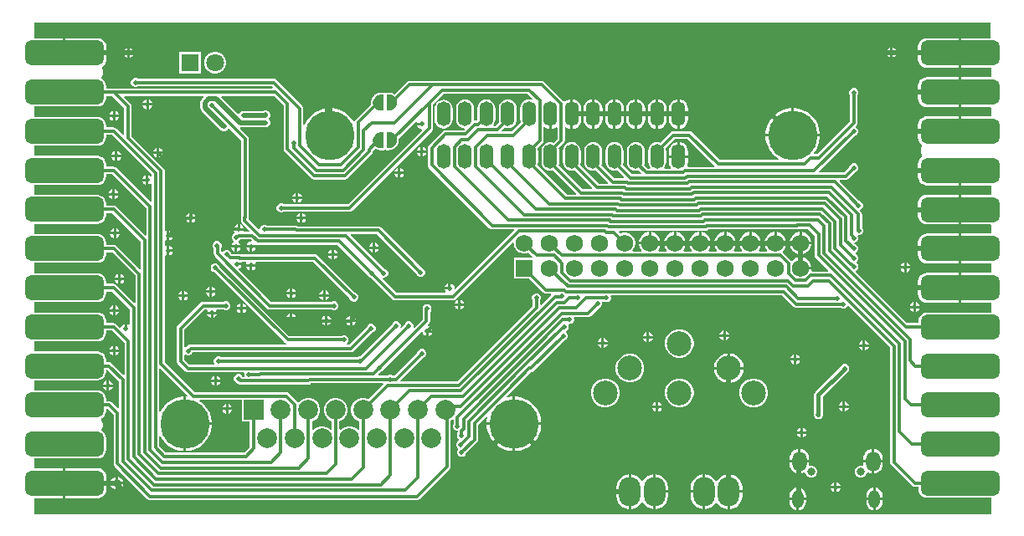
<source format=gbl>
G04*
G04 #@! TF.GenerationSoftware,Altium Limited,Altium Designer,21.1.1 (26)*
G04*
G04 Layer_Physical_Order=2*
G04 Layer_Color=16711680*
%FSLAX25Y25*%
%MOIN*%
G70*
G04*
G04 #@! TF.SameCoordinates,C9F6B278-B4AD-4305-9E7D-9AC12232687F*
G04*
G04*
G04 #@! TF.FilePolarity,Positive*
G04*
G01*
G75*
G04:AMPARAMS|DCode=56|XSize=98.43mil|YSize=314.96mil|CornerRadius=24.61mil|HoleSize=0mil|Usage=FLASHONLY|Rotation=90.000|XOffset=0mil|YOffset=0mil|HoleType=Round|Shape=RoundedRectangle|*
%AMROUNDEDRECTD56*
21,1,0.09843,0.26575,0,0,90.0*
21,1,0.04921,0.31496,0,0,90.0*
1,1,0.04921,0.13287,0.02461*
1,1,0.04921,0.13287,-0.02461*
1,1,0.04921,-0.13287,-0.02461*
1,1,0.04921,-0.13287,0.02461*
%
%ADD56ROUNDEDRECTD56*%
%ADD57C,0.01378*%
%ADD58C,0.01968*%
%ADD59C,0.01772*%
%ADD60O,0.08661X0.11811*%
%ADD61C,0.09843*%
%ADD62C,0.07087*%
%ADD63R,0.07087X0.07087*%
%ADD64C,0.19685*%
%ADD65O,0.05512X0.09843*%
%ADD66R,0.07874X0.07874*%
%ADD67C,0.07874*%
%ADD68C,0.03150*%
%ADD69O,0.04528X0.07087*%
%ADD70O,0.05709X0.07874*%
%ADD71C,0.06800*%
%ADD72R,0.06800X0.06800*%
%ADD73C,0.01968*%
%ADD74C,0.03937*%
G36*
X147951Y168047D02*
X148509Y167816D01*
X149012Y167480D01*
X149439Y167053D01*
X149775Y166551D01*
X150006Y165992D01*
X150124Y165400D01*
Y165097D01*
Y164776D01*
X149999Y164146D01*
X149753Y163552D01*
X149396Y163017D01*
X148941Y162563D01*
X148406Y162206D01*
X147813Y161960D01*
X147182Y161834D01*
X146024D01*
Y168165D01*
X147358D01*
X147951Y168047D01*
D02*
G37*
G36*
X144724Y161834D02*
X143390D01*
X142797Y161952D01*
X142239Y162183D01*
X141736Y162519D01*
X141309Y162946D01*
X140973Y163449D01*
X140742Y164007D01*
X140624Y164600D01*
Y164902D01*
Y165223D01*
X140749Y165854D01*
X140995Y166448D01*
X141352Y166982D01*
X141807Y167437D01*
X142341Y167794D01*
X142935Y168040D01*
X143566Y168165D01*
X144724D01*
Y161834D01*
D02*
G37*
G36*
X211780Y154592D02*
X212261Y154656D01*
X213174Y155034D01*
X213507Y155289D01*
X214007Y155043D01*
Y150493D01*
X212487Y148973D01*
X212205Y149090D01*
X211280Y149212D01*
X210355Y149090D01*
X209493Y148733D01*
X208753Y148165D01*
X208185Y147425D01*
X207828Y146563D01*
X207706Y145638D01*
Y141307D01*
X207828Y140382D01*
X208185Y139520D01*
X208753Y138780D01*
X209493Y138212D01*
X210355Y137855D01*
X211280Y137733D01*
X212205Y137855D01*
X212487Y137971D01*
X221623Y128835D01*
X221431Y128374D01*
X217839D01*
X206112Y140100D01*
X206228Y140382D01*
X206350Y141307D01*
Y145638D01*
X206228Y146563D01*
X206112Y146844D01*
X208073Y148805D01*
X208399Y149294D01*
X208514Y149870D01*
Y155073D01*
X209014Y155320D01*
X209386Y155034D01*
X210300Y154656D01*
X210780Y154592D01*
Y160480D01*
X211780D01*
Y154592D01*
D02*
G37*
G36*
X41495Y162920D02*
Y152240D01*
X41033Y152049D01*
X38439Y154643D01*
X37950Y154969D01*
X37374Y155084D01*
X34363D01*
Y156039D01*
X34251Y156887D01*
X33924Y157677D01*
X33403Y158356D01*
X32725Y158876D01*
X31934Y159204D01*
X31087Y159315D01*
X5702D01*
Y163432D01*
X31087D01*
X31934Y163544D01*
X32725Y163871D01*
X33403Y164392D01*
X33924Y165070D01*
X34251Y165861D01*
X34363Y166709D01*
Y167664D01*
X36751D01*
X41495Y162920D01*
D02*
G37*
G36*
X147951Y153047D02*
X148509Y152816D01*
X149012Y152480D01*
X149439Y152053D01*
X149775Y151551D01*
X150006Y150992D01*
X150124Y150400D01*
Y150097D01*
Y149776D01*
X149999Y149146D01*
X149753Y148552D01*
X149396Y148017D01*
X148941Y147563D01*
X148406Y147205D01*
X147813Y146959D01*
X147182Y146834D01*
X146024D01*
Y153165D01*
X147358D01*
X147951Y153047D01*
D02*
G37*
G36*
X144724Y146834D02*
X143390D01*
X142797Y146952D01*
X142239Y147183D01*
X141736Y147519D01*
X141309Y147946D01*
X140973Y148449D01*
X140742Y149007D01*
X140624Y149600D01*
Y149902D01*
Y150223D01*
X140749Y150854D01*
X140995Y151448D01*
X141352Y151982D01*
X141807Y152437D01*
X142341Y152794D01*
X142935Y153040D01*
X143566Y153165D01*
X144724D01*
Y146834D01*
D02*
G37*
G36*
X276642Y139824D02*
X276435Y139324D01*
X266089D01*
X265755Y139824D01*
X265963Y140326D01*
X266092Y141307D01*
Y142972D01*
X258516D01*
Y141307D01*
X258645Y140326D01*
X259023Y139413D01*
X259278Y139080D01*
X259032Y138580D01*
X256804D01*
X256557Y139080D01*
X256895Y139520D01*
X257252Y140382D01*
X257374Y141307D01*
Y145638D01*
X257252Y146563D01*
X257135Y146844D01*
X260786Y150495D01*
X265971D01*
X276642Y139824D01*
D02*
G37*
G36*
X52495Y136329D02*
Y135819D01*
X51995Y135611D01*
X51824Y135782D01*
X51200Y136041D01*
Y134100D01*
Y132159D01*
X51824Y132418D01*
X51995Y132589D01*
X52495Y132381D01*
Y125650D01*
X52033Y125458D01*
X38439Y139052D01*
X37950Y139379D01*
X37374Y139493D01*
X34363D01*
Y140449D01*
X34251Y141297D01*
X33924Y142087D01*
X33403Y142765D01*
X32725Y143286D01*
X31934Y143613D01*
X31087Y143725D01*
X5702D01*
Y147842D01*
X31087D01*
X31934Y147953D01*
X32725Y148281D01*
X33403Y148801D01*
X33924Y149480D01*
X34251Y150270D01*
X34363Y151118D01*
Y152073D01*
X36751D01*
X52495Y136329D01*
D02*
G37*
G36*
X204226Y166421D02*
X203943Y165998D01*
X203701Y166098D01*
X202776Y166219D01*
X201851Y166098D01*
X200989Y165741D01*
X200249Y165173D01*
X199681Y164432D01*
X199324Y163570D01*
X199202Y162645D01*
Y158315D01*
X199324Y157390D01*
X199441Y157108D01*
X195755Y153422D01*
X192162D01*
X191971Y153884D01*
X193066Y154979D01*
X193347Y154863D01*
X194272Y154741D01*
X195197Y154863D01*
X196059Y155220D01*
X196799Y155788D01*
X197367Y156528D01*
X197724Y157390D01*
X197846Y158315D01*
Y162645D01*
X197724Y163570D01*
X197367Y164432D01*
X196799Y165173D01*
X196059Y165741D01*
X195197Y166098D01*
X194272Y166219D01*
X193347Y166098D01*
X192485Y165741D01*
X191745Y165173D01*
X191177Y164432D01*
X190820Y163570D01*
X190698Y162645D01*
Y158315D01*
X190820Y157390D01*
X190937Y157108D01*
X189417Y155588D01*
X188772D01*
X188526Y156088D01*
X188863Y156528D01*
X189220Y157390D01*
X189342Y158315D01*
Y162645D01*
X189220Y163570D01*
X188863Y164432D01*
X188295Y165173D01*
X187555Y165741D01*
X186693Y166098D01*
X185768Y166219D01*
X184843Y166098D01*
X183981Y165741D01*
X183241Y165173D01*
X182673Y164432D01*
X182316Y163570D01*
X182194Y162645D01*
Y158315D01*
X182217Y158147D01*
X181857Y157753D01*
X181269D01*
X180984Y157929D01*
X180809Y158093D01*
X180838Y158315D01*
Y162645D01*
X180717Y163570D01*
X180359Y164432D01*
X179791Y165173D01*
X179051Y165741D01*
X178189Y166098D01*
X177264Y166219D01*
X176339Y166098D01*
X175478Y165741D01*
X174737Y165173D01*
X174169Y164432D01*
X173812Y163570D01*
X173690Y162645D01*
Y158315D01*
X173812Y157390D01*
X174169Y156528D01*
X174737Y155788D01*
X175478Y155220D01*
X176339Y154863D01*
X176889Y154790D01*
X177039Y154351D01*
X176717Y153963D01*
X169595D01*
X169019Y153848D01*
X168530Y153522D01*
X162936Y147927D01*
X162609Y147439D01*
X162495Y146862D01*
Y140082D01*
X162609Y139506D01*
X162936Y139018D01*
X186976Y114977D01*
X187465Y114651D01*
X188041Y114536D01*
X196732D01*
X196923Y114074D01*
X173484Y90635D01*
X172984Y90842D01*
Y91395D01*
X172682Y92124D01*
X172124Y92682D01*
X171500Y92941D01*
Y91000D01*
X171000D01*
Y90500D01*
X169059D01*
X169318Y89876D01*
X169630Y89564D01*
X169423Y89064D01*
X150065D01*
X144424Y94705D01*
X144430Y94730D01*
X144669Y95166D01*
X145229D01*
X145880Y95436D01*
X146378Y95935D01*
X146648Y96586D01*
Y97290D01*
X146378Y97942D01*
X145880Y98440D01*
X145237Y98706D01*
X131745Y112198D01*
X131936Y112660D01*
X142209D01*
X157860Y97009D01*
X158126Y96366D01*
X158624Y95868D01*
X159275Y95598D01*
X159980D01*
X160631Y95868D01*
X161130Y96366D01*
X161399Y97017D01*
Y97722D01*
X161130Y98373D01*
X160631Y98872D01*
X159988Y99138D01*
X143897Y115230D01*
X143408Y115556D01*
X142832Y115671D01*
X110655D01*
X110382Y115853D01*
X109806Y115968D01*
X98468D01*
X97825Y116234D01*
X97120D01*
X96469Y115964D01*
X95970Y115466D01*
X95701Y114815D01*
Y114765D01*
X95201Y114558D01*
X91151Y118608D01*
Y119031D01*
X91175Y119149D01*
Y150642D01*
X91060Y151218D01*
X90734Y151706D01*
X87730Y154709D01*
X87798Y154966D01*
X87953Y155194D01*
X97949D01*
X98123Y155228D01*
X98301D01*
X98466Y155296D01*
X98640Y155331D01*
X98788Y155430D01*
X98952Y155498D01*
X99078Y155624D01*
X99226Y155723D01*
X99325Y155871D01*
X99451Y155996D01*
X99519Y156161D01*
X99618Y156309D01*
X99652Y156483D01*
X99720Y156648D01*
Y156825D01*
X99755Y157000D01*
X99720Y157175D01*
Y157352D01*
X99652Y157517D01*
X99618Y157691D01*
X99519Y157839D01*
X99451Y158004D01*
X99325Y158129D01*
X99226Y158277D01*
Y158653D01*
X99252Y158813D01*
X99325Y158922D01*
X99451Y159048D01*
X99519Y159212D01*
X99618Y159360D01*
X99652Y159535D01*
X99720Y159699D01*
Y159877D01*
X99755Y160051D01*
X99720Y160226D01*
Y160404D01*
X99652Y160568D01*
X99618Y160743D01*
X99519Y160890D01*
X99451Y161055D01*
X99325Y161181D01*
X99226Y161329D01*
X99078Y161427D01*
X98952Y161553D01*
X98788Y161621D01*
X98640Y161720D01*
X98466Y161755D01*
X98301Y161823D01*
X98123D01*
X97949Y161858D01*
X97774Y161823D01*
X97596D01*
X97432Y161755D01*
X97257Y161720D01*
X97110Y161621D01*
X96967Y161562D01*
X89000D01*
X88826Y161528D01*
X88648D01*
X88483Y161460D01*
X88309Y161425D01*
X88161Y161326D01*
X87996Y161258D01*
X87871Y161132D01*
X87723Y161033D01*
X87624Y160885D01*
X87498Y160759D01*
X87458Y160662D01*
X87266Y160577D01*
X86935Y160541D01*
X86852Y160561D01*
X80211Y167202D01*
X80402Y167664D01*
X101145D01*
X105034Y163775D01*
Y146398D01*
X105149Y145822D01*
X105475Y145334D01*
X116039Y134770D01*
X116527Y134444D01*
X117103Y134329D01*
X129554D01*
X130130Y134444D01*
X130618Y134770D01*
X140199Y144351D01*
X140525Y144839D01*
X140640Y145415D01*
Y145701D01*
X141590Y146651D01*
X141793Y146516D01*
X141866Y146485D01*
X141931Y146442D01*
X142490Y146210D01*
X142567Y146195D01*
X142640Y146165D01*
X143233Y146047D01*
X143312D01*
X143390Y146031D01*
X144724D01*
X145031Y146092D01*
X145292Y146266D01*
X145456D01*
X145717Y146092D01*
X146024Y146031D01*
X147182D01*
X147260Y146047D01*
X147339D01*
X147969Y146172D01*
X148042Y146202D01*
X148120Y146218D01*
X148714Y146464D01*
X148779Y146508D01*
X148853Y146538D01*
X149387Y146895D01*
X149443Y146951D01*
X149509Y146995D01*
X149963Y147450D01*
X150007Y147515D01*
X150063Y147571D01*
X150420Y148106D01*
X150450Y148179D01*
X150494Y148244D01*
X150740Y148838D01*
X150756Y148916D01*
X150786Y148989D01*
X150911Y149619D01*
Y149698D01*
X150927Y149776D01*
Y150400D01*
X150911Y150477D01*
Y150556D01*
X150882Y150706D01*
X157796Y157621D01*
X158220Y157337D01*
X158059Y156949D01*
X160000D01*
Y155949D01*
X158059D01*
X158318Y155325D01*
X158876Y154767D01*
X159605Y154465D01*
X159914D01*
X160121Y153965D01*
X130661Y124505D01*
X104996D01*
X104352Y124772D01*
X103648D01*
X102996Y124502D01*
X102498Y124004D01*
X102228Y123352D01*
Y122648D01*
X102498Y121996D01*
X102996Y121498D01*
X103648Y121228D01*
X104352D01*
X104996Y121495D01*
X131285D01*
X131861Y121609D01*
X132349Y121936D01*
X164111Y153697D01*
X164437Y154185D01*
X164552Y154762D01*
Y164376D01*
X168670Y168495D01*
X202153D01*
X204226Y166421D01*
D02*
G37*
G36*
X73287Y167202D02*
X72391Y166306D01*
X71999Y165720D01*
X71862Y165029D01*
Y162745D01*
X71999Y162054D01*
X72391Y161468D01*
X79721Y154138D01*
X80307Y153747D01*
X80998Y153609D01*
X81416D01*
X81590Y153644D01*
X81768D01*
X81932Y153712D01*
X82107Y153747D01*
X82255Y153846D01*
X82419Y153914D01*
X82545Y154039D01*
X82693Y154138D01*
X82792Y154286D01*
X82917Y154412D01*
X82960Y154515D01*
X83137Y154595D01*
X83477Y154636D01*
X83567Y154615D01*
X88164Y150018D01*
Y119244D01*
X88140Y119126D01*
Y117984D01*
X88255Y117408D01*
X88581Y116920D01*
X91534Y113967D01*
X91342Y113505D01*
X89411D01*
X89133Y113921D01*
X89149Y113961D01*
X85268D01*
X85477Y113456D01*
X85380Y112875D01*
X85231Y112813D01*
X84733Y112315D01*
X84463Y111663D01*
Y110959D01*
X84733Y110308D01*
X85136Y109904D01*
X85123Y109493D01*
X85069Y109335D01*
X84881Y109257D01*
X84323Y108699D01*
X84065Y108075D01*
X87946D01*
X87687Y108699D01*
X87129Y109257D01*
X87171Y109781D01*
X87238Y109809D01*
X87737Y110308D01*
X87814Y110495D01*
X91944D01*
X92380Y110059D01*
X92173Y109559D01*
X91605D01*
X90876Y109257D01*
X90318Y108699D01*
X90059Y108075D01*
X94097D01*
X94379Y108324D01*
X94827Y108235D01*
X126636D01*
X138232Y96640D01*
X138498Y95996D01*
X138996Y95498D01*
X139639Y95232D01*
X148377Y86494D01*
X148866Y86168D01*
X149442Y86053D01*
X172536D01*
X173112Y86168D01*
X173437Y86384D01*
X173756Y85996D01*
X173603Y85844D01*
X173318Y85558D01*
X173059Y84934D01*
X174500D01*
Y86375D01*
X174165Y86236D01*
X173969Y86155D01*
X173686Y86579D01*
X173814Y86707D01*
X196187Y109080D01*
X196687Y108873D01*
Y108448D01*
X196972Y107383D01*
X197523Y106429D01*
X198303Y105649D01*
X199258Y105098D01*
X200323Y104812D01*
X201425D01*
X202490Y105098D01*
X202590Y105155D01*
X204096Y103649D01*
X203905Y103187D01*
X196687D01*
Y94812D01*
X202933D01*
X208557Y89188D01*
X209046Y88861D01*
X209622Y88747D01*
X211408D01*
X211615Y88247D01*
X207718Y84349D01*
X207256Y84540D01*
Y86131D01*
X207522Y86774D01*
Y87478D01*
X207252Y88130D01*
X206754Y88628D01*
X206103Y88898D01*
X205398D01*
X204747Y88628D01*
X204248Y88130D01*
X203979Y87478D01*
Y86774D01*
X204245Y86131D01*
Y83939D01*
X174044Y53737D01*
X151520D01*
X151328Y54199D01*
X160361Y63232D01*
X161004Y63498D01*
X161502Y63996D01*
X161772Y64648D01*
Y65352D01*
X161502Y66004D01*
X161004Y66502D01*
X160352Y66772D01*
X159648D01*
X158996Y66502D01*
X158498Y66004D01*
X158232Y65360D01*
X149046Y56175D01*
X148434D01*
X148414Y56195D01*
X147763Y56464D01*
X147058D01*
X146406Y56195D01*
X146386Y56175D01*
X142957D01*
X142765Y56637D01*
X143579Y57450D01*
X144222Y57716D01*
X144720Y58214D01*
X144986Y58858D01*
X159820Y73691D01*
X160320Y73484D01*
Y73342D01*
X160622Y72612D01*
X161180Y72054D01*
X161804Y71796D01*
Y73736D01*
X162304D01*
Y74236D01*
X164245D01*
X163986Y74860D01*
X163428Y75418D01*
X162699Y75721D01*
X162556D01*
X162349Y76221D01*
X162941Y76812D01*
X163267Y77300D01*
X163382Y77876D01*
Y81663D01*
X163647Y81929D01*
X163917Y82580D01*
Y83285D01*
X163647Y83936D01*
X163149Y84434D01*
X162498Y84704D01*
X161793D01*
X161142Y84434D01*
X160643Y83936D01*
X160374Y83285D01*
Y82580D01*
X160382Y82560D01*
X160371Y82503D01*
Y78500D01*
X157118Y75247D01*
X156694Y75530D01*
X156743Y75648D01*
Y76352D01*
X156473Y77004D01*
X155975Y77502D01*
X155324Y77772D01*
X154619D01*
X153968Y77502D01*
X153469Y77004D01*
X153203Y76360D01*
X151976Y75134D01*
X151552Y75417D01*
X151648Y75648D01*
Y76352D01*
X151378Y77004D01*
X150880Y77502D01*
X150229Y77772D01*
X149524D01*
X148873Y77502D01*
X148374Y77004D01*
X148108Y76360D01*
X135519Y63772D01*
X134973D01*
X134330Y63505D01*
X79996D01*
X79352Y63772D01*
X78648D01*
X77996Y63502D01*
X77498Y63004D01*
X77228Y62352D01*
Y61648D01*
X77498Y60996D01*
X77527Y60967D01*
X77336Y60505D01*
X67624D01*
X65505Y62624D01*
Y64336D01*
X65967Y64527D01*
X65996Y64498D01*
X66648Y64228D01*
X67352D01*
X68004Y64498D01*
X68502Y64996D01*
X68708Y65495D01*
X131876D01*
X132452Y65609D01*
X132941Y65936D01*
X140237Y73232D01*
X140880Y73498D01*
X141378Y73996D01*
X141648Y74648D01*
Y75352D01*
X141378Y76004D01*
X140880Y76502D01*
X140229Y76772D01*
X139524D01*
X138873Y76502D01*
X138374Y76004D01*
X138108Y75361D01*
X131253Y68505D01*
X130305D01*
X130129Y69005D01*
X130502Y69379D01*
X130772Y70030D01*
Y70735D01*
X130502Y71386D01*
X130004Y71884D01*
X129352Y72154D01*
X128648D01*
X128005Y71887D01*
X107299D01*
X79496Y99691D01*
X79300Y100163D01*
X78802Y100661D01*
X78151Y100931D01*
X77446D01*
X76795Y100661D01*
X76297Y100163D01*
X76027Y99512D01*
Y98807D01*
X76297Y98156D01*
X76795Y97658D01*
X77446Y97388D01*
X77541D01*
X105611Y69318D01*
X106079Y69005D01*
X106086Y68968D01*
X105947Y68505D01*
X68000D01*
X67424Y68391D01*
X66936Y68064D01*
X66640Y67768D01*
X65996Y67502D01*
X65967Y67473D01*
X65505Y67664D01*
Y74376D01*
X73624Y82495D01*
X74435D01*
X74723Y81995D01*
X74559Y81600D01*
X78441D01*
X78277Y81995D01*
X78565Y82495D01*
X81005D01*
X81648Y82228D01*
X82352D01*
X83004Y82498D01*
X83502Y82996D01*
X83772Y83648D01*
Y84352D01*
X83502Y85004D01*
X83004Y85502D01*
X82352Y85772D01*
X81648D01*
X81005Y85505D01*
X73000D01*
X72424Y85391D01*
X71936Y85064D01*
X62936Y76064D01*
X62609Y75576D01*
X62495Y75000D01*
Y62000D01*
X62609Y61424D01*
X62936Y60936D01*
X65936Y57936D01*
X66424Y57609D01*
X67000Y57495D01*
X89252D01*
X89530Y57079D01*
X89452Y56892D01*
Y56187D01*
X89530Y56000D01*
X89252Y55584D01*
X88676D01*
X88502Y56004D01*
X88004Y56502D01*
X87352Y56772D01*
X86648D01*
X85996Y56502D01*
X85498Y56004D01*
X85228Y55352D01*
Y54648D01*
X85498Y53996D01*
X85996Y53498D01*
X86639Y53232D01*
X86857Y53014D01*
X87345Y52688D01*
X87921Y52574D01*
X114745D01*
X115321Y52688D01*
X115810Y53014D01*
X115959Y53164D01*
X144571D01*
X144762Y52702D01*
X138786Y46726D01*
X138501Y46891D01*
X137299Y47212D01*
X136055D01*
X134854Y46891D01*
X133776Y46268D01*
X132897Y45389D01*
X132275Y44312D01*
X131953Y43110D01*
Y41866D01*
X132275Y40664D01*
X132897Y39587D01*
X133776Y38708D01*
X134854Y38086D01*
X135172Y38000D01*
Y34748D01*
X134672Y34541D01*
X134125Y35087D01*
X133048Y35709D01*
X131846Y36031D01*
X130602D01*
X129401Y35709D01*
X128324Y35087D01*
X127777Y34541D01*
X127277Y34748D01*
Y38000D01*
X127595Y38086D01*
X128673Y38708D01*
X129552Y39587D01*
X130174Y40664D01*
X130496Y41866D01*
Y43110D01*
X130174Y44312D01*
X129552Y45389D01*
X128673Y46268D01*
X127595Y46891D01*
X126394Y47212D01*
X125150D01*
X123948Y46891D01*
X122871Y46268D01*
X121991Y45389D01*
X121369Y44312D01*
X121047Y43110D01*
Y41866D01*
X121369Y40664D01*
X121991Y39587D01*
X122871Y38708D01*
X123948Y38086D01*
X124266Y38000D01*
Y34748D01*
X123766Y34541D01*
X123220Y35087D01*
X122143Y35709D01*
X120941Y36031D01*
X119697D01*
X118495Y35709D01*
X117418Y35087D01*
X116871Y34541D01*
X116371Y34748D01*
Y38000D01*
X116690Y38086D01*
X117767Y38708D01*
X118647Y39587D01*
X119269Y40664D01*
X119591Y41866D01*
Y43110D01*
X119269Y44312D01*
X118647Y45389D01*
X117767Y46268D01*
X116690Y46891D01*
X115488Y47212D01*
X114244D01*
X113043Y46891D01*
X111965Y46268D01*
X111223Y45527D01*
X110729Y45517D01*
X110608Y45561D01*
X110478Y45755D01*
X107169Y49064D01*
X106680Y49391D01*
X106104Y49505D01*
X69789D01*
X57671Y61624D01*
Y103870D01*
X58171Y104196D01*
X58500Y104059D01*
Y106000D01*
Y107941D01*
X58171Y107804D01*
X57671Y108130D01*
Y109870D01*
X58171Y110196D01*
X58500Y110059D01*
Y112000D01*
Y113941D01*
X58171Y113804D01*
X57671Y114130D01*
Y137850D01*
X57556Y138426D01*
X57230Y138914D01*
X44505Y151638D01*
Y163543D01*
X44391Y164119D01*
X44064Y164608D01*
X41470Y167202D01*
X41662Y167664D01*
X73096D01*
X73287Y167202D01*
D02*
G37*
G36*
X50329Y122904D02*
Y112224D01*
X49867Y112033D01*
X38439Y123462D01*
X37950Y123788D01*
X37374Y123903D01*
X34363D01*
Y124858D01*
X34251Y125706D01*
X33924Y126496D01*
X33403Y127175D01*
X32725Y127695D01*
X31934Y128023D01*
X31087Y128134D01*
X5702D01*
Y132251D01*
X31087D01*
X31934Y132363D01*
X32725Y132690D01*
X33403Y133211D01*
X33924Y133889D01*
X34251Y134679D01*
X34363Y135527D01*
Y136483D01*
X36751D01*
X50329Y122904D01*
D02*
G37*
G36*
X48164Y109479D02*
Y98799D01*
X47702Y98608D01*
X38439Y107871D01*
X37950Y108198D01*
X37374Y108312D01*
X34363D01*
Y109268D01*
X34251Y110116D01*
X33924Y110906D01*
X33403Y111584D01*
X32725Y112105D01*
X31934Y112432D01*
X31087Y112544D01*
X5702D01*
Y116661D01*
X31087D01*
X31934Y116772D01*
X32725Y117100D01*
X33403Y117620D01*
X33924Y118299D01*
X34251Y119089D01*
X34363Y119937D01*
Y120892D01*
X36751D01*
X48164Y109479D01*
D02*
G37*
G36*
X316503Y111920D02*
Y104117D01*
X316617Y103541D01*
X316944Y103052D01*
X321863Y98133D01*
X321672Y97671D01*
X315484D01*
X315179Y98067D01*
X315274Y98420D01*
Y98500D01*
X310874D01*
Y99000D01*
X310374D01*
Y103400D01*
X310295D01*
X309176Y103100D01*
X308172Y102521D01*
X307593Y101942D01*
X307119Y101848D01*
X306936Y101963D01*
X303837Y105061D01*
X303722Y105245D01*
X303816Y105719D01*
X304395Y106298D01*
X304974Y107301D01*
X305274Y108420D01*
Y108500D01*
X300874D01*
X296474D01*
Y108420D01*
X296774Y107301D01*
X297353Y106298D01*
X297561Y106090D01*
X297369Y105629D01*
X294379D01*
X294187Y106090D01*
X294395Y106298D01*
X294974Y107301D01*
X295274Y108420D01*
Y108500D01*
X290874D01*
X286474D01*
Y108420D01*
X286774Y107301D01*
X287353Y106298D01*
X287561Y106090D01*
X287369Y105629D01*
X284379D01*
X284187Y106090D01*
X284395Y106298D01*
X284974Y107301D01*
X285274Y108420D01*
Y108500D01*
X280874D01*
X276474D01*
Y108420D01*
X276774Y107301D01*
X277353Y106298D01*
X277561Y106090D01*
X277369Y105629D01*
X274379D01*
X274187Y106090D01*
X274395Y106298D01*
X274974Y107301D01*
X275274Y108420D01*
Y108500D01*
X270874D01*
X266474D01*
Y108420D01*
X266774Y107301D01*
X267353Y106298D01*
X267561Y106090D01*
X267369Y105629D01*
X264379D01*
X264187Y106090D01*
X264395Y106298D01*
X264974Y107301D01*
X265274Y108420D01*
Y108500D01*
X260874D01*
X256474D01*
Y108420D01*
X256774Y107301D01*
X257353Y106298D01*
X257561Y106090D01*
X257369Y105629D01*
X254379D01*
X254187Y106090D01*
X254395Y106298D01*
X254974Y107301D01*
X255274Y108420D01*
Y108500D01*
X250874D01*
X246474D01*
Y108420D01*
X246774Y107301D01*
X247353Y106298D01*
X247561Y106090D01*
X247369Y105629D01*
X244132D01*
X243925Y106129D01*
X244225Y106429D01*
X244776Y107383D01*
X245061Y108448D01*
Y109551D01*
X244776Y110616D01*
X244225Y111571D01*
X243445Y112350D01*
X242490Y112902D01*
X241425Y113187D01*
X240323D01*
X239258Y112902D01*
X239158Y112844D01*
X238549Y113454D01*
X238740Y113916D01*
X273026D01*
X273602Y114030D01*
X274090Y114357D01*
X274270Y114536D01*
X309338D01*
X309914Y114651D01*
X309928Y114660D01*
X313762D01*
X316503Y111920D01*
D02*
G37*
G36*
X308171Y83491D02*
X308659Y83165D01*
X309235Y83050D01*
X326969D01*
X327612Y82784D01*
X328317D01*
X328968Y83054D01*
X329467Y83552D01*
X329544Y83739D01*
X330034Y83837D01*
X346495Y67377D01*
Y21650D01*
X346609Y21073D01*
X346936Y20585D01*
X355345Y12176D01*
X355834Y11849D01*
X356410Y11735D01*
X357795D01*
Y10779D01*
X357906Y9931D01*
X358234Y9141D01*
X358754Y8463D01*
X359433Y7942D01*
X360223Y7615D01*
X361071Y7503D01*
X386756D01*
Y1020D01*
X5802Y1020D01*
X5802Y7312D01*
X17299D01*
Y13264D01*
Y19215D01*
X5702D01*
Y23118D01*
X31087D01*
X31934Y23229D01*
X32725Y23556D01*
X33403Y24077D01*
X33924Y24756D01*
X34251Y25546D01*
X34363Y26393D01*
Y31315D01*
X34251Y32163D01*
X33924Y32953D01*
X33403Y33631D01*
X32725Y34152D01*
X32534Y34231D01*
X32423Y34718D01*
X32508Y34814D01*
X32605Y34978D01*
X32704Y35140D01*
X32990Y35916D01*
X33020Y36104D01*
X33053Y36291D01*
X33034Y37118D01*
X32993Y37304D01*
X32955Y37490D01*
X32635Y38253D01*
X32529Y38411D01*
X32470Y38500D01*
X32493Y38918D01*
X32523Y39063D01*
X32725Y39147D01*
X33403Y39668D01*
X33924Y40346D01*
X34251Y41136D01*
X34363Y41984D01*
Y42939D01*
X34932D01*
X37337Y40534D01*
Y21060D01*
X37452Y20484D01*
X37778Y19995D01*
X50838Y6936D01*
X51326Y6609D01*
X51902Y6495D01*
X158000D01*
X158576Y6609D01*
X159064Y6936D01*
X171064Y18936D01*
X171391Y19424D01*
X171505Y20000D01*
Y38252D01*
X172203Y38655D01*
X172703Y38482D01*
Y36888D01*
X172437Y36245D01*
Y35540D01*
X172707Y34889D01*
X173205Y34390D01*
X173856Y34121D01*
X174390D01*
X174400Y34109D01*
Y33491D01*
X174290Y33381D01*
X174020Y32730D01*
Y32025D01*
X174290Y31374D01*
X174788Y30875D01*
X174832Y30857D01*
Y30316D01*
X174568Y30207D01*
X174069Y29708D01*
X173800Y29057D01*
Y28352D01*
X174069Y27701D01*
X174568Y27203D01*
X174522Y26681D01*
X174339Y26498D01*
X174069Y25847D01*
Y25142D01*
X174339Y24491D01*
X174837Y23993D01*
X175488Y23723D01*
X176193D01*
X176845Y23993D01*
X177343Y24491D01*
X177609Y25134D01*
X182064Y29589D01*
X182391Y30078D01*
X182505Y30654D01*
Y36506D01*
X185810Y39811D01*
X186237Y39550D01*
X186200Y39436D01*
X185933Y37751D01*
Y37398D01*
X196276D01*
Y47740D01*
X195922D01*
X194237Y47473D01*
X194123Y47436D01*
X193862Y47862D01*
X195221Y49222D01*
X195221Y49222D01*
X203619Y57619D01*
X204080Y57711D01*
X204568Y58037D01*
X216763Y70232D01*
X217406Y70498D01*
X217904Y70996D01*
X218174Y71648D01*
Y72352D01*
X217904Y73004D01*
X217478Y73430D01*
X217479Y73793D01*
X217529Y73992D01*
X217861Y74129D01*
X218359Y74628D01*
X218629Y75279D01*
Y75984D01*
X218499Y76296D01*
X218845Y76768D01*
X219272D01*
X219924Y77037D01*
X220422Y77536D01*
X220692Y78187D01*
Y78892D01*
X220614Y79079D01*
X220892Y79495D01*
X226252D01*
X226828Y79609D01*
X227316Y79936D01*
X230361Y82980D01*
X231004Y83246D01*
X231502Y83745D01*
X231772Y84396D01*
Y85100D01*
X231694Y85288D01*
X231972Y85703D01*
X232590D01*
X233233Y85437D01*
X233937D01*
X234589Y85707D01*
X235087Y86205D01*
X235357Y86856D01*
Y87561D01*
X235279Y87748D01*
X235557Y88164D01*
X303498D01*
X308171Y83491D01*
D02*
G37*
G36*
X45999Y96054D02*
Y85374D01*
X45537Y85183D01*
X38439Y92281D01*
X37950Y92607D01*
X37374Y92722D01*
X34363D01*
Y93677D01*
X34251Y94525D01*
X33924Y95315D01*
X33403Y95994D01*
X32725Y96514D01*
X31934Y96841D01*
X31087Y96953D01*
X5702D01*
Y101070D01*
X31087D01*
X31934Y101182D01*
X32725Y101509D01*
X33403Y102030D01*
X33924Y102708D01*
X34251Y103498D01*
X34363Y104346D01*
Y105302D01*
X36751D01*
X45999Y96054D01*
D02*
G37*
G36*
X386362Y196948D02*
Y190687D01*
X374858D01*
Y184736D01*
Y178785D01*
X386654D01*
Y175097D01*
X374858D01*
Y169146D01*
Y163194D01*
X386303D01*
X386657Y162841D01*
X386656Y159506D01*
X374865D01*
Y153555D01*
X374365D01*
Y153055D01*
X357587D01*
Y151094D01*
X357706Y150191D01*
X358054Y149349D01*
X358609Y148626D01*
X359160Y148203D01*
X359311Y147881D01*
X359274Y147554D01*
X359164Y147391D01*
X358834Y146593D01*
X358756Y146203D01*
Y145340D01*
X358834Y144950D01*
X359164Y144152D01*
X359285Y143972D01*
X359310Y143649D01*
X359171Y143329D01*
X358603Y142893D01*
X358048Y142170D01*
X357699Y141328D01*
X357580Y140425D01*
Y138464D01*
X374358D01*
Y137964D01*
X374858D01*
Y132013D01*
X386655D01*
Y128325D01*
X374858D01*
Y122374D01*
Y116423D01*
X386502D01*
X386856Y116069D01*
X386856Y112734D01*
X374858D01*
Y106783D01*
Y100832D01*
X386855D01*
Y97144D01*
X374858D01*
Y91193D01*
Y85242D01*
X386855D01*
Y81339D01*
X361071D01*
X360223Y81227D01*
X359433Y80900D01*
X358754Y80379D01*
X358234Y79701D01*
X357906Y78911D01*
X357795Y78063D01*
Y77108D01*
X353270D01*
X332880Y97498D01*
X332977Y97989D01*
X333164Y98066D01*
X333663Y98565D01*
X333932Y99216D01*
Y99920D01*
X333663Y100572D01*
X333197Y101038D01*
X333161Y101122D01*
X333131Y101625D01*
X333502Y101996D01*
X333772Y102648D01*
Y103352D01*
X333502Y104004D01*
X333004Y104502D01*
X332716Y104621D01*
Y105162D01*
X333004Y105281D01*
X333502Y105780D01*
X333772Y106431D01*
Y107136D01*
X333502Y107787D01*
X333004Y108285D01*
X332361Y108552D01*
X332146Y108766D01*
X332337Y109228D01*
X332352D01*
X333004Y109498D01*
X333502Y109996D01*
X333772Y110648D01*
Y111352D01*
X333609Y111744D01*
X333930Y112228D01*
X334352D01*
X335004Y112498D01*
X335502Y112996D01*
X335772Y113648D01*
Y114352D01*
X335502Y115004D01*
X335418Y115088D01*
Y120461D01*
X335303Y121037D01*
X334977Y121526D01*
X334590Y121913D01*
X334687Y122403D01*
X334916Y122498D01*
X335415Y122996D01*
X335684Y123648D01*
Y124352D01*
X335415Y125004D01*
X334916Y125502D01*
X334273Y125768D01*
X330972Y129070D01*
X330796Y129333D01*
X326443Y133686D01*
X326634Y134148D01*
X328654D01*
X329229Y134263D01*
X329718Y134589D01*
X332361Y137232D01*
X333004Y137498D01*
X333502Y137996D01*
X333772Y138648D01*
Y139352D01*
X333502Y140004D01*
X333004Y140502D01*
X332352Y140772D01*
X331648D01*
X330996Y140502D01*
X330498Y140004D01*
X330232Y139360D01*
X328030Y137159D01*
X318386D01*
X318195Y137621D01*
X332340Y151766D01*
X332370D01*
X333021Y152036D01*
X333519Y152534D01*
X333789Y153185D01*
Y153890D01*
X333519Y154541D01*
X333021Y155040D01*
X332834Y155117D01*
X332736Y155607D01*
X333064Y155936D01*
X333391Y156424D01*
X333505Y157000D01*
Y168005D01*
X333772Y168648D01*
Y169352D01*
X333502Y170004D01*
X333004Y170502D01*
X332352Y170772D01*
X331648D01*
X330996Y170502D01*
X330498Y170004D01*
X330228Y169352D01*
Y168648D01*
X330495Y168005D01*
Y157624D01*
X317376Y144505D01*
X316355D01*
X316131Y145005D01*
X317010Y146215D01*
X317785Y147735D01*
X318312Y149358D01*
X318579Y151044D01*
Y151398D01*
X296894D01*
Y151044D01*
X297161Y149358D01*
X297689Y147735D01*
X298464Y146215D01*
X299467Y144834D01*
X300673Y143627D01*
X302054Y142624D01*
X302160Y142570D01*
X302044Y142084D01*
X278640D01*
X267659Y153064D01*
X267171Y153391D01*
X266595Y153505D01*
X260162D01*
X259586Y153391D01*
X259098Y153064D01*
X255007Y148973D01*
X254725Y149090D01*
X253800Y149212D01*
X252875Y149090D01*
X252013Y148733D01*
X251273Y148165D01*
X250705Y147425D01*
X250348Y146563D01*
X250226Y145638D01*
Y141307D01*
X250348Y140382D01*
X250705Y139520D01*
X251042Y139080D01*
X250796Y138580D01*
X250152D01*
X248631Y140100D01*
X248748Y140382D01*
X248870Y141307D01*
Y145638D01*
X248748Y146563D01*
X248391Y147425D01*
X247823Y148165D01*
X247083Y148733D01*
X246221Y149090D01*
X245296Y149212D01*
X244371Y149090D01*
X243509Y148733D01*
X242769Y148165D01*
X242201Y147425D01*
X241844Y146563D01*
X241722Y145638D01*
Y141307D01*
X241844Y140382D01*
X242201Y139520D01*
X242769Y138780D01*
X243509Y138212D01*
X244371Y137855D01*
X245296Y137733D01*
X246221Y137855D01*
X246502Y137971D01*
X247598Y136876D01*
X247406Y136415D01*
X243813D01*
X240127Y140100D01*
X240244Y140382D01*
X240366Y141307D01*
Y145638D01*
X240244Y146563D01*
X239887Y147425D01*
X239319Y148165D01*
X238579Y148733D01*
X237717Y149090D01*
X236792Y149212D01*
X235867Y149090D01*
X235005Y148733D01*
X234265Y148165D01*
X233697Y147425D01*
X233340Y146563D01*
X233218Y145638D01*
Y141307D01*
X233340Y140382D01*
X233697Y139520D01*
X234265Y138780D01*
X235005Y138212D01*
X235867Y137855D01*
X236792Y137733D01*
X237717Y137855D01*
X237999Y137971D01*
X240639Y135331D01*
X240447Y134870D01*
X236854D01*
X231624Y140100D01*
X231740Y140382D01*
X231862Y141307D01*
Y145638D01*
X231740Y146563D01*
X231383Y147425D01*
X230815Y148165D01*
X230075Y148733D01*
X229213Y149090D01*
X228288Y149212D01*
X227363Y149090D01*
X226501Y148733D01*
X225761Y148165D01*
X225193Y147425D01*
X224836Y146563D01*
X224714Y145638D01*
Y141307D01*
X224836Y140382D01*
X225193Y139520D01*
X225761Y138780D01*
X226501Y138212D01*
X227363Y137855D01*
X228288Y137733D01*
X229213Y137855D01*
X229495Y137971D01*
X234300Y133166D01*
X234109Y132704D01*
X230516D01*
X223119Y140100D01*
X223236Y140382D01*
X223358Y141307D01*
Y145638D01*
X223236Y146563D01*
X222879Y147425D01*
X222311Y148165D01*
X221571Y148733D01*
X220709Y149090D01*
X219784Y149212D01*
X218859Y149090D01*
X217997Y148733D01*
X217257Y148165D01*
X216689Y147425D01*
X216332Y146563D01*
X216210Y145638D01*
Y141307D01*
X216332Y140382D01*
X216689Y139520D01*
X217257Y138780D01*
X217997Y138212D01*
X218859Y137855D01*
X219784Y137733D01*
X220709Y137855D01*
X220991Y137971D01*
X227961Y131001D01*
X227770Y130539D01*
X224177D01*
X214616Y140100D01*
X214732Y140382D01*
X214854Y141307D01*
Y145638D01*
X214732Y146563D01*
X214616Y146844D01*
X216577Y148805D01*
X216903Y149294D01*
X217018Y149870D01*
Y155073D01*
X217518Y155320D01*
X217890Y155034D01*
X218804Y154656D01*
X219284Y154592D01*
Y160480D01*
Y166368D01*
X218804Y166305D01*
X217890Y165926D01*
X217215Y165408D01*
X216617Y165403D01*
X216577Y165463D01*
X208810Y173230D01*
X208322Y173556D01*
X207746Y173671D01*
X155212D01*
X154636Y173556D01*
X154148Y173230D01*
X149223Y168305D01*
X148955Y168484D01*
X148882Y168514D01*
X148817Y168558D01*
X148258Y168789D01*
X148181Y168805D01*
X148108Y168835D01*
X147515Y168953D01*
X147436D01*
X147358Y168968D01*
X146024D01*
X145717Y168907D01*
X145456Y168733D01*
X145292D01*
X145031Y168907D01*
X144724Y168968D01*
X143566D01*
X143488Y168953D01*
X143409D01*
X142779Y168827D01*
X142706Y168797D01*
X142628Y168782D01*
X142034Y168536D01*
X141969Y168492D01*
X141895Y168461D01*
X141361Y168104D01*
X141305Y168048D01*
X141239Y168004D01*
X140785Y167550D01*
X140741Y167484D01*
X140685Y167428D01*
X140328Y166894D01*
X140298Y166821D01*
X140254Y166755D01*
X140008Y166161D01*
X139992Y166084D01*
X139962Y166010D01*
X139837Y165380D01*
Y165301D01*
X139821Y165223D01*
Y164600D01*
X139837Y164522D01*
Y164443D01*
X139866Y164293D01*
X133739Y158166D01*
X133413Y157678D01*
X133373Y157475D01*
X132849Y157403D01*
X132758Y157580D01*
X131755Y158961D01*
X130548Y160168D01*
X129168Y161171D01*
X127647Y161946D01*
X126024Y162473D01*
X124338Y162740D01*
X123985D01*
Y151898D01*
X122985D01*
Y162740D01*
X122632D01*
X120946Y162473D01*
X119323Y161946D01*
X117802Y161171D01*
X116421Y160168D01*
X115215Y158961D01*
X114211Y157580D01*
X113690Y156557D01*
X113021Y156345D01*
X112966Y156374D01*
Y162539D01*
X112851Y163115D01*
X112525Y163604D01*
X102064Y174064D01*
X101576Y174391D01*
X101000Y174505D01*
X46995D01*
X46352Y174772D01*
X45648D01*
X44996Y174502D01*
X44498Y174004D01*
X44228Y173352D01*
Y172648D01*
X44498Y171996D01*
X44996Y171498D01*
X45648Y171228D01*
X46352D01*
X46995Y171495D01*
X100376D01*
X100735Y171136D01*
X100543Y170674D01*
X34363D01*
Y171630D01*
X34251Y172478D01*
X33924Y173268D01*
X33403Y173946D01*
X32725Y174467D01*
X32599Y174519D01*
X32492Y175007D01*
X32587Y175111D01*
X32687Y175274D01*
X32789Y175435D01*
X33088Y176210D01*
X33120Y176399D01*
X33156Y176586D01*
X33148Y177417D01*
X33109Y177604D01*
X33073Y177791D01*
X32760Y178560D01*
X32685Y178674D01*
X32668Y178769D01*
X32800Y179238D01*
X32851Y179291D01*
X33555Y179831D01*
X34109Y180554D01*
X34458Y181396D01*
X34577Y182299D01*
Y184260D01*
X17799D01*
Y184760D01*
X17299D01*
Y190711D01*
X5702D01*
X5702Y196948D01*
X386362Y196948D01*
D02*
G37*
G36*
X43833Y82628D02*
Y76726D01*
X43333Y76520D01*
X42800Y76741D01*
Y74800D01*
X41800D01*
Y76741D01*
X41176Y76482D01*
X40618Y75924D01*
X40411Y75425D01*
X39854Y75275D01*
X38439Y76690D01*
X37950Y77017D01*
X37374Y77131D01*
X34363D01*
Y78087D01*
X34251Y78934D01*
X33924Y79725D01*
X33403Y80403D01*
X32725Y80924D01*
X31934Y81251D01*
X31087Y81362D01*
X5702D01*
Y85480D01*
X31087D01*
X31934Y85591D01*
X32725Y85919D01*
X33403Y86439D01*
X33924Y87118D01*
X34251Y87908D01*
X34363Y88756D01*
Y89711D01*
X36751D01*
X43833Y82628D01*
D02*
G37*
G36*
X41668Y69203D02*
Y56669D01*
X41206Y56478D01*
X36620Y61064D01*
X36131Y61391D01*
X35555Y61505D01*
X34363D01*
Y62496D01*
X34251Y63344D01*
X33924Y64134D01*
X33403Y64812D01*
X32725Y65333D01*
X31934Y65660D01*
X31087Y65772D01*
X5702D01*
Y69889D01*
X31087D01*
X31934Y70001D01*
X32725Y70328D01*
X33403Y70849D01*
X33924Y71527D01*
X34251Y72317D01*
X34363Y73165D01*
Y74120D01*
X36751D01*
X41668Y69203D01*
D02*
G37*
G36*
X66869Y48167D02*
X66642Y47722D01*
X66527Y47740D01*
X66173D01*
Y37398D01*
X76516D01*
Y37751D01*
X76249Y39436D01*
X75721Y41060D01*
X74947Y42580D01*
X73943Y43961D01*
X72737Y45168D01*
X71598Y45995D01*
X71761Y46495D01*
X88331D01*
Y37764D01*
X91550D01*
Y27679D01*
X89376Y25505D01*
X58114D01*
X55505Y28114D01*
Y31869D01*
X56005Y31989D01*
X56400Y31215D01*
X57403Y29834D01*
X58610Y28627D01*
X59991Y27624D01*
X61511Y26849D01*
X63134Y26322D01*
X64820Y26055D01*
X65173D01*
Y36898D01*
Y47740D01*
X64820D01*
X63134Y47473D01*
X61511Y46946D01*
X59991Y46171D01*
X58610Y45168D01*
X57403Y43961D01*
X56400Y42580D01*
X56005Y41806D01*
X55505Y41926D01*
Y58878D01*
X55967Y59069D01*
X66869Y48167D01*
D02*
G37*
G36*
X39503Y53924D02*
Y43279D01*
X39041Y43088D01*
X36620Y45509D01*
X36131Y45835D01*
X35555Y45950D01*
X34363D01*
Y46905D01*
X34251Y47753D01*
X33924Y48543D01*
X33403Y49222D01*
X32725Y49742D01*
X31934Y50070D01*
X31087Y50181D01*
X5702D01*
Y54299D01*
X31087D01*
X31934Y54410D01*
X32725Y54738D01*
X33403Y55258D01*
X33924Y55937D01*
X34251Y56727D01*
X34363Y57575D01*
Y58495D01*
X34932D01*
X39503Y53924D01*
D02*
G37*
%LPC*%
G36*
X38100Y161641D02*
Y160200D01*
X39541D01*
X39282Y160824D01*
X38724Y161382D01*
X38100Y161641D01*
D02*
G37*
G36*
X37100D02*
X36476Y161382D01*
X35918Y160824D01*
X35659Y160200D01*
X37100D01*
Y161641D01*
D02*
G37*
G36*
X39541Y159200D02*
X38100D01*
Y157759D01*
X38724Y158018D01*
X39282Y158576D01*
X39541Y159200D01*
D02*
G37*
G36*
X37100D02*
X35659D01*
X35918Y158576D01*
X36476Y158018D01*
X37100Y157759D01*
Y159200D01*
D02*
G37*
G36*
X262804Y149360D02*
Y143972D01*
X266092D01*
Y145638D01*
X265963Y146618D01*
X265584Y147532D01*
X264983Y148316D01*
X264198Y148918D01*
X263284Y149297D01*
X262804Y149360D01*
D02*
G37*
G36*
X261804D02*
X261323Y149297D01*
X260410Y148918D01*
X259625Y148316D01*
X259023Y147532D01*
X258645Y146618D01*
X258516Y145638D01*
Y143972D01*
X261804D01*
Y149360D01*
D02*
G37*
G36*
X38924Y145665D02*
Y144225D01*
X40365D01*
X40106Y144849D01*
X39548Y145407D01*
X38924Y145665D01*
D02*
G37*
G36*
X37924D02*
X37300Y145407D01*
X36742Y144849D01*
X36483Y144225D01*
X37924D01*
Y145665D01*
D02*
G37*
G36*
X40365Y143225D02*
X38924D01*
Y141784D01*
X39548Y142043D01*
X40106Y142601D01*
X40365Y143225D01*
D02*
G37*
G36*
X37924D02*
X36483D01*
X36742Y142601D01*
X37300Y142043D01*
X37924Y141784D01*
Y143225D01*
D02*
G37*
G36*
X50200Y136041D02*
X49576Y135782D01*
X49018Y135224D01*
X48759Y134600D01*
X50200D01*
Y136041D01*
D02*
G37*
G36*
Y133600D02*
X48759D01*
X49018Y132976D01*
X49576Y132418D01*
X50200Y132159D01*
Y133600D01*
D02*
G37*
G36*
X168761Y166141D02*
X167835Y166019D01*
X166973Y165662D01*
X166233Y165094D01*
X165665Y164354D01*
X165308Y163492D01*
X165187Y162567D01*
Y158236D01*
X165308Y157311D01*
X165665Y156449D01*
X166233Y155709D01*
X166973Y155141D01*
X167835Y154784D01*
X168761Y154662D01*
X169685Y154784D01*
X170547Y155141D01*
X171288Y155709D01*
X171855Y156449D01*
X172213Y157311D01*
X172334Y158236D01*
Y162567D01*
X172213Y163492D01*
X171855Y164354D01*
X171288Y165094D01*
X170547Y165662D01*
X169685Y166019D01*
X168761Y166141D01*
D02*
G37*
G36*
X160500Y147356D02*
Y145915D01*
X161941D01*
X161682Y146539D01*
X161124Y147097D01*
X160500Y147356D01*
D02*
G37*
G36*
X159500D02*
X158876Y147097D01*
X158318Y146539D01*
X158059Y145915D01*
X159500D01*
Y147356D01*
D02*
G37*
G36*
X161941Y144915D02*
X160500D01*
Y143475D01*
X161124Y143733D01*
X161682Y144291D01*
X161941Y144915D01*
D02*
G37*
G36*
X159500D02*
X158059D01*
X158318Y144291D01*
X158876Y143733D01*
X159500Y143475D01*
Y144915D01*
D02*
G37*
G36*
X151500Y138941D02*
Y137500D01*
X152941D01*
X152682Y138124D01*
X152124Y138682D01*
X151500Y138941D01*
D02*
G37*
G36*
X150500D02*
X149876Y138682D01*
X149318Y138124D01*
X149059Y137500D01*
X150500D01*
Y138941D01*
D02*
G37*
G36*
X152941Y136500D02*
X151500D01*
Y135059D01*
X152124Y135318D01*
X152682Y135876D01*
X152941Y136500D01*
D02*
G37*
G36*
X150500D02*
X149059D01*
X149318Y135876D01*
X149876Y135318D01*
X150500Y135059D01*
Y136500D01*
D02*
G37*
G36*
X110882Y128941D02*
Y127500D01*
X112323D01*
X112064Y128124D01*
X111506Y128682D01*
X110882Y128941D01*
D02*
G37*
G36*
X109882D02*
X109258Y128682D01*
X108700Y128124D01*
X108441Y127500D01*
X109882D01*
Y128941D01*
D02*
G37*
G36*
X112323Y126500D02*
X110882D01*
Y125059D01*
X111506Y125318D01*
X112064Y125876D01*
X112323Y126500D01*
D02*
G37*
G36*
X109882D02*
X108441D01*
X108700Y125876D01*
X109258Y125318D01*
X109882Y125059D01*
Y126500D01*
D02*
G37*
G36*
X112500Y120941D02*
Y119500D01*
X113941D01*
X113682Y120124D01*
X113124Y120682D01*
X112500Y120941D01*
D02*
G37*
G36*
X111500D02*
X110876Y120682D01*
X110318Y120124D01*
X110059Y119500D01*
X111500D01*
Y120941D01*
D02*
G37*
G36*
X113941Y118500D02*
X112500D01*
Y117059D01*
X113124Y117318D01*
X113682Y117876D01*
X113941Y118500D01*
D02*
G37*
G36*
X111500D02*
X110059D01*
X110318Y117876D01*
X110876Y117318D01*
X111500Y117059D01*
Y118500D01*
D02*
G37*
G36*
X141500Y109141D02*
Y107700D01*
X142941D01*
X142682Y108324D01*
X142124Y108882D01*
X141500Y109141D01*
D02*
G37*
G36*
X140500D02*
X139876Y108882D01*
X139318Y108324D01*
X139059Y107700D01*
X140500D01*
Y109141D01*
D02*
G37*
G36*
X142941Y106700D02*
X141500D01*
Y105259D01*
X142124Y105518D01*
X142682Y106076D01*
X142941Y106700D01*
D02*
G37*
G36*
X140500D02*
X139059D01*
X139318Y106076D01*
X139876Y105518D01*
X140500Y105259D01*
Y106700D01*
D02*
G37*
G36*
X170500Y92941D02*
X169876Y92682D01*
X169318Y92124D01*
X169059Y91500D01*
X170500D01*
Y92941D01*
D02*
G37*
G36*
X51400Y166241D02*
Y164800D01*
X52841D01*
X52582Y165424D01*
X52024Y165982D01*
X51400Y166241D01*
D02*
G37*
G36*
X50400D02*
X49776Y165982D01*
X49218Y165424D01*
X48959Y164800D01*
X50400D01*
Y166241D01*
D02*
G37*
G36*
X52841Y163800D02*
X51400D01*
Y162359D01*
X52024Y162618D01*
X52582Y163176D01*
X52841Y163800D01*
D02*
G37*
G36*
X50400D02*
X48959D01*
X49218Y163176D01*
X49776Y162618D01*
X50400Y162359D01*
Y163800D01*
D02*
G37*
G36*
X55500Y146941D02*
Y145500D01*
X56941D01*
X56682Y146124D01*
X56124Y146682D01*
X55500Y146941D01*
D02*
G37*
G36*
X54500D02*
X53876Y146682D01*
X53318Y146124D01*
X53059Y145500D01*
X54500D01*
Y146941D01*
D02*
G37*
G36*
X56941Y144500D02*
X55500D01*
Y143059D01*
X56124Y143318D01*
X56682Y143876D01*
X56941Y144500D01*
D02*
G37*
G36*
X54500D02*
X53059D01*
X53318Y143876D01*
X53876Y143318D01*
X54500Y143059D01*
Y144500D01*
D02*
G37*
G36*
X68500Y120941D02*
Y119500D01*
X69941D01*
X69682Y120124D01*
X69124Y120682D01*
X68500Y120941D01*
D02*
G37*
G36*
X67500D02*
X66876Y120682D01*
X66318Y120124D01*
X66059Y119500D01*
X67500D01*
Y120941D01*
D02*
G37*
G36*
X69941Y118500D02*
X68500D01*
Y117059D01*
X69124Y117318D01*
X69682Y117876D01*
X69941Y118500D01*
D02*
G37*
G36*
X67500D02*
X66059D01*
X66318Y117876D01*
X66876Y117318D01*
X67500Y117059D01*
Y118500D01*
D02*
G37*
G36*
X87709Y116401D02*
Y114961D01*
X89149D01*
X88891Y115585D01*
X88333Y116143D01*
X87709Y116401D01*
D02*
G37*
G36*
X86709D02*
X86085Y116143D01*
X85527Y115585D01*
X85268Y114961D01*
X86709D01*
Y116401D01*
D02*
G37*
G36*
X59500Y113941D02*
Y112500D01*
X60941D01*
X60682Y113124D01*
X60124Y113682D01*
X59500Y113941D01*
D02*
G37*
G36*
X60941Y111500D02*
X59500D01*
Y110059D01*
X60124Y110318D01*
X60682Y110876D01*
X60941Y111500D01*
D02*
G37*
G36*
X59500Y107941D02*
Y106500D01*
X60941D01*
X60682Y107124D01*
X60124Y107682D01*
X59500Y107941D01*
D02*
G37*
G36*
X93941Y107075D02*
X92500D01*
Y105634D01*
X93124Y105893D01*
X93682Y106451D01*
X93941Y107075D01*
D02*
G37*
G36*
X91500D02*
X90059D01*
X90318Y106451D01*
X90876Y105893D01*
X91500Y105634D01*
Y107075D01*
D02*
G37*
G36*
X87946D02*
X86505D01*
Y105634D01*
X87129Y105893D01*
X87687Y106451D01*
X87946Y107075D01*
D02*
G37*
G36*
X85505D02*
X84065D01*
X84323Y106451D01*
X84881Y105893D01*
X85505Y105634D01*
Y107075D01*
D02*
G37*
G36*
X125148Y106366D02*
Y104925D01*
X126588D01*
X126330Y105549D01*
X125772Y106107D01*
X125148Y106366D01*
D02*
G37*
G36*
X124148D02*
X123524Y106107D01*
X122965Y105549D01*
X122707Y104925D01*
X124148D01*
Y106366D01*
D02*
G37*
G36*
X60941Y105500D02*
X59500D01*
Y104059D01*
X60124Y104318D01*
X60682Y104876D01*
X60941Y105500D01*
D02*
G37*
G36*
X126588Y103925D02*
X125148D01*
Y102485D01*
X125772Y102743D01*
X126330Y103301D01*
X126588Y103925D01*
D02*
G37*
G36*
X124148D02*
X122707D01*
X122965Y103301D01*
X123524Y102743D01*
X124148Y102485D01*
Y103925D01*
D02*
G37*
G36*
X93941Y99547D02*
X92500D01*
Y98107D01*
X93124Y98365D01*
X93682Y98923D01*
X93941Y99547D01*
D02*
G37*
G36*
X91500D02*
X90059D01*
X90318Y98923D01*
X90876Y98365D01*
X91500Y98107D01*
Y99547D01*
D02*
G37*
G36*
X76500Y91541D02*
Y90100D01*
X77941D01*
X77682Y90724D01*
X77124Y91282D01*
X76500Y91541D01*
D02*
G37*
G36*
X75500D02*
X74876Y91282D01*
X74318Y90724D01*
X74059Y90100D01*
X75500D01*
Y91541D01*
D02*
G37*
G36*
X108500Y90941D02*
Y89500D01*
X109941D01*
X109682Y90124D01*
X109124Y90682D01*
X108500Y90941D01*
D02*
G37*
G36*
X107500D02*
X106876Y90682D01*
X106318Y90124D01*
X106059Y89500D01*
X107500D01*
Y90941D01*
D02*
G37*
G36*
X121700Y90141D02*
Y88700D01*
X123141D01*
X122882Y89324D01*
X122324Y89882D01*
X121700Y90141D01*
D02*
G37*
G36*
X120700D02*
X120076Y89882D01*
X119518Y89324D01*
X119259Y88700D01*
X120700D01*
Y90141D01*
D02*
G37*
G36*
X65500Y89941D02*
Y88500D01*
X66941D01*
X66682Y89124D01*
X66124Y89682D01*
X65500Y89941D01*
D02*
G37*
G36*
X64500D02*
X63876Y89682D01*
X63318Y89124D01*
X63059Y88500D01*
X64500D01*
Y89941D01*
D02*
G37*
G36*
X77941Y89100D02*
X76500D01*
Y87659D01*
X77124Y87918D01*
X77682Y88476D01*
X77941Y89100D01*
D02*
G37*
G36*
X75500D02*
X74059D01*
X74318Y88476D01*
X74876Y87918D01*
X75500Y87659D01*
Y89100D01*
D02*
G37*
G36*
X109941Y88500D02*
X108500D01*
Y87059D01*
X109124Y87318D01*
X109682Y87876D01*
X109941Y88500D01*
D02*
G37*
G36*
X107500D02*
X106059D01*
X106318Y87876D01*
X106876Y87318D01*
X107500Y87059D01*
Y88500D01*
D02*
G37*
G36*
X123141Y87700D02*
X121700D01*
Y86259D01*
X122324Y86518D01*
X122882Y87076D01*
X123141Y87700D01*
D02*
G37*
G36*
X120700D02*
X119259D01*
X119518Y87076D01*
X120076Y86518D01*
X120700Y86259D01*
Y87700D01*
D02*
G37*
G36*
X66941Y87500D02*
X65500D01*
Y86059D01*
X66124Y86318D01*
X66682Y86876D01*
X66941Y87500D01*
D02*
G37*
G36*
X64500D02*
X63059D01*
X63318Y86876D01*
X63876Y86318D01*
X64500Y86059D01*
Y87500D01*
D02*
G37*
G36*
X78971Y109727D02*
X78267D01*
X77615Y109458D01*
X77117Y108959D01*
X76847Y108308D01*
Y107603D01*
X77117Y106952D01*
X77227Y106843D01*
Y104768D01*
X77341Y104192D01*
X77668Y103703D01*
X98436Y82936D01*
X98924Y82609D01*
X99500Y82495D01*
X124004D01*
X124648Y82228D01*
X125352D01*
X126004Y82498D01*
X126502Y82996D01*
X126772Y83648D01*
Y84352D01*
X126502Y85004D01*
X126004Y85502D01*
X125352Y85772D01*
X124648D01*
X124004Y85505D01*
X100124D01*
X87215Y98414D01*
X87312Y98905D01*
X87457Y98965D01*
X88015Y99523D01*
X88274Y100147D01*
X86333D01*
Y101147D01*
X88337D01*
X88576Y101504D01*
X89997D01*
X90248Y101004D01*
X90059Y100548D01*
X93941D01*
X93752Y101004D01*
X94003Y101504D01*
X116772D01*
X131232Y87044D01*
X131498Y86401D01*
X131996Y85903D01*
X132648Y85633D01*
X133352D01*
X134004Y85903D01*
X134502Y86401D01*
X134772Y87052D01*
Y87757D01*
X134502Y88408D01*
X134004Y88907D01*
X133361Y89173D01*
X118460Y104073D01*
X117972Y104400D01*
X117396Y104514D01*
X87847D01*
X87352Y104613D01*
X84496D01*
X84234Y104875D01*
X83968Y105518D01*
X83469Y106016D01*
X82818Y106286D01*
X82113D01*
X81462Y106016D01*
X80964Y105518D01*
X80425Y105524D01*
X80237Y105683D01*
Y107233D01*
X80391Y107603D01*
Y108308D01*
X80121Y108959D01*
X79623Y109458D01*
X78971Y109727D01*
D02*
G37*
G36*
X175500Y86375D02*
Y84934D01*
X176941D01*
X176682Y85558D01*
X176124Y86116D01*
X175500Y86375D01*
D02*
G37*
G36*
X88800Y84941D02*
Y83500D01*
X90241D01*
X89982Y84124D01*
X89424Y84682D01*
X88800Y84941D01*
D02*
G37*
G36*
X87800D02*
X87176Y84682D01*
X86618Y84124D01*
X86359Y83500D01*
X87800D01*
Y84941D01*
D02*
G37*
G36*
X176941Y83934D02*
X175500D01*
Y82494D01*
X176124Y82752D01*
X176682Y83310D01*
X176941Y83934D01*
D02*
G37*
G36*
X174500D02*
X173059D01*
X173318Y83310D01*
X173876Y82752D01*
X174500Y82494D01*
Y83934D01*
D02*
G37*
G36*
X90241Y82500D02*
X88800D01*
Y81059D01*
X89424Y81318D01*
X89982Y81876D01*
X90241Y82500D01*
D02*
G37*
G36*
X87800D02*
X86359D01*
X86618Y81876D01*
X87176Y81318D01*
X87800Y81059D01*
Y82500D01*
D02*
G37*
G36*
X108500Y80941D02*
Y79500D01*
X109941D01*
X109682Y80124D01*
X109124Y80682D01*
X108500Y80941D01*
D02*
G37*
G36*
X107500D02*
X106876Y80682D01*
X106318Y80124D01*
X106059Y79500D01*
X107500D01*
Y80941D01*
D02*
G37*
G36*
X78441Y80600D02*
X77000D01*
Y79159D01*
X77624Y79418D01*
X78182Y79976D01*
X78441Y80600D01*
D02*
G37*
G36*
X76000D02*
X74559D01*
X74818Y79976D01*
X75376Y79418D01*
X76000Y79159D01*
Y80600D01*
D02*
G37*
G36*
X122600Y80041D02*
Y78600D01*
X124041D01*
X123782Y79224D01*
X123224Y79782D01*
X122600Y80041D01*
D02*
G37*
G36*
X121600D02*
X120976Y79782D01*
X120418Y79224D01*
X120159Y78600D01*
X121600D01*
Y80041D01*
D02*
G37*
G36*
X132376Y79941D02*
Y78500D01*
X133817D01*
X133558Y79124D01*
X133000Y79682D01*
X132376Y79941D01*
D02*
G37*
G36*
X131376D02*
X130752Y79682D01*
X130194Y79124D01*
X129936Y78500D01*
X131376D01*
Y79941D01*
D02*
G37*
G36*
X109941Y78500D02*
X108500D01*
Y77059D01*
X109124Y77318D01*
X109682Y77876D01*
X109941Y78500D01*
D02*
G37*
G36*
X107500D02*
X106059D01*
X106318Y77876D01*
X106876Y77318D01*
X107500Y77059D01*
Y78500D01*
D02*
G37*
G36*
X124041Y77600D02*
X122600D01*
Y76159D01*
X123224Y76418D01*
X123782Y76976D01*
X124041Y77600D01*
D02*
G37*
G36*
X121600D02*
X120159D01*
X120418Y76976D01*
X120976Y76418D01*
X121600Y76159D01*
Y77600D01*
D02*
G37*
G36*
X133817Y77500D02*
X132376D01*
Y76059D01*
X133000Y76318D01*
X133558Y76876D01*
X133817Y77500D01*
D02*
G37*
G36*
X131376D02*
X129936D01*
X130194Y76876D01*
X130752Y76318D01*
X131376Y76059D01*
Y77500D01*
D02*
G37*
G36*
X164245Y73236D02*
X162804D01*
Y71796D01*
X163428Y72054D01*
X163986Y72612D01*
X164245Y73236D01*
D02*
G37*
G36*
X78496Y56019D02*
Y54579D01*
X79937D01*
X79679Y55203D01*
X79120Y55761D01*
X78496Y56019D01*
D02*
G37*
G36*
X77496D02*
X76872Y55761D01*
X76314Y55203D01*
X76056Y54579D01*
X77496D01*
Y56019D01*
D02*
G37*
G36*
X79937Y53579D02*
X78496D01*
Y52138D01*
X79120Y52397D01*
X79679Y52955D01*
X79937Y53579D01*
D02*
G37*
G36*
X77496D02*
X76056D01*
X76314Y52955D01*
X76872Y52397D01*
X77496Y52138D01*
Y53579D01*
D02*
G37*
G36*
X37800Y130441D02*
Y129000D01*
X39241D01*
X38982Y129624D01*
X38424Y130182D01*
X37800Y130441D01*
D02*
G37*
G36*
X36800D02*
X36176Y130182D01*
X35618Y129624D01*
X35359Y129000D01*
X36800D01*
Y130441D01*
D02*
G37*
G36*
X39241Y128000D02*
X37800D01*
Y126559D01*
X38424Y126818D01*
X38982Y127376D01*
X39241Y128000D01*
D02*
G37*
G36*
X36800D02*
X35359D01*
X35618Y127376D01*
X36176Y126818D01*
X36800Y126559D01*
Y128000D01*
D02*
G37*
G36*
X38400Y114841D02*
Y113400D01*
X39841D01*
X39582Y114024D01*
X39024Y114582D01*
X38400Y114841D01*
D02*
G37*
G36*
X37400D02*
X36776Y114582D01*
X36218Y114024D01*
X35959Y113400D01*
X37400D01*
Y114841D01*
D02*
G37*
G36*
X39841Y112400D02*
X38400D01*
Y110959D01*
X39024Y111218D01*
X39582Y111776D01*
X39841Y112400D01*
D02*
G37*
G36*
X37400D02*
X35959D01*
X36218Y111776D01*
X36776Y111218D01*
X37400Y110959D01*
Y112400D01*
D02*
G37*
G36*
X311453Y113400D02*
X311374D01*
Y109500D01*
X315274D01*
Y109579D01*
X314974Y110698D01*
X314395Y111701D01*
X313576Y112521D01*
X312572Y113100D01*
X311453Y113400D01*
D02*
G37*
G36*
X301453D02*
X301374D01*
Y109500D01*
X305274D01*
Y109579D01*
X304974Y110698D01*
X304395Y111701D01*
X303576Y112521D01*
X302572Y113100D01*
X301453Y113400D01*
D02*
G37*
G36*
X291453D02*
X291374D01*
Y109500D01*
X295274D01*
Y109579D01*
X294974Y110698D01*
X294395Y111701D01*
X293576Y112521D01*
X292572Y113100D01*
X291453Y113400D01*
D02*
G37*
G36*
X281453D02*
X281374D01*
Y109500D01*
X285274D01*
Y109579D01*
X284974Y110698D01*
X284395Y111701D01*
X283576Y112521D01*
X282572Y113100D01*
X281453Y113400D01*
D02*
G37*
G36*
X271453D02*
X271374D01*
Y109500D01*
X275274D01*
Y109579D01*
X274974Y110698D01*
X274395Y111701D01*
X273576Y112521D01*
X272572Y113100D01*
X271453Y113400D01*
D02*
G37*
G36*
X261453D02*
X261374D01*
Y109500D01*
X265274D01*
Y109579D01*
X264974Y110698D01*
X264395Y111701D01*
X263576Y112521D01*
X262572Y113100D01*
X261453Y113400D01*
D02*
G37*
G36*
X251453D02*
X251374D01*
Y109500D01*
X255274D01*
Y109579D01*
X254974Y110698D01*
X254395Y111701D01*
X253576Y112521D01*
X252572Y113100D01*
X251453Y113400D01*
D02*
G37*
G36*
X310374D02*
X310295D01*
X309176Y113100D01*
X308172Y112521D01*
X307353Y111701D01*
X306774Y110698D01*
X306474Y109579D01*
Y109500D01*
X310374D01*
Y113400D01*
D02*
G37*
G36*
X300374D02*
X300295D01*
X299176Y113100D01*
X298172Y112521D01*
X297353Y111701D01*
X296774Y110698D01*
X296474Y109579D01*
Y109500D01*
X300374D01*
Y113400D01*
D02*
G37*
G36*
X290374D02*
X290295D01*
X289176Y113100D01*
X288172Y112521D01*
X287353Y111701D01*
X286774Y110698D01*
X286474Y109579D01*
Y109500D01*
X290374D01*
Y113400D01*
D02*
G37*
G36*
X280374D02*
X280295D01*
X279176Y113100D01*
X278172Y112521D01*
X277353Y111701D01*
X276774Y110698D01*
X276474Y109579D01*
Y109500D01*
X280374D01*
Y113400D01*
D02*
G37*
G36*
X270374D02*
X270295D01*
X269176Y113100D01*
X268172Y112521D01*
X267353Y111701D01*
X266774Y110698D01*
X266474Y109579D01*
Y109500D01*
X270374D01*
Y113400D01*
D02*
G37*
G36*
X260374D02*
X260295D01*
X259176Y113100D01*
X258172Y112521D01*
X257353Y111701D01*
X256774Y110698D01*
X256474Y109579D01*
Y109500D01*
X260374D01*
Y113400D01*
D02*
G37*
G36*
X250374D02*
X250295D01*
X249176Y113100D01*
X248172Y112521D01*
X247353Y111701D01*
X246774Y110698D01*
X246474Y109579D01*
Y109500D01*
X250374D01*
Y113400D01*
D02*
G37*
G36*
X315274Y108500D02*
X311374D01*
Y104600D01*
X311453D01*
X312572Y104900D01*
X313576Y105479D01*
X314395Y106298D01*
X314974Y107301D01*
X315274Y108420D01*
Y108500D01*
D02*
G37*
G36*
X310374D02*
X306474D01*
Y108420D01*
X306774Y107301D01*
X307353Y106298D01*
X308172Y105479D01*
X309176Y104900D01*
X310295Y104600D01*
X310374D01*
Y108500D01*
D02*
G37*
G36*
X311453Y103400D02*
X311374D01*
Y99500D01*
X315274D01*
Y99579D01*
X314974Y100698D01*
X314395Y101701D01*
X313576Y102521D01*
X312572Y103100D01*
X311453Y103400D01*
D02*
G37*
G36*
X281000Y74141D02*
Y72700D01*
X282441D01*
X282182Y73324D01*
X281624Y73882D01*
X281000Y74141D01*
D02*
G37*
G36*
X280000D02*
X279376Y73882D01*
X278818Y73324D01*
X278559Y72700D01*
X280000D01*
Y74141D01*
D02*
G37*
G36*
X250600Y73441D02*
Y72000D01*
X252041D01*
X251782Y72624D01*
X251224Y73182D01*
X250600Y73441D01*
D02*
G37*
G36*
X249600D02*
X248976Y73182D01*
X248418Y72624D01*
X248159Y72000D01*
X249600D01*
Y73441D01*
D02*
G37*
G36*
X282441Y71700D02*
X281000D01*
Y70259D01*
X281624Y70518D01*
X282182Y71076D01*
X282441Y71700D01*
D02*
G37*
G36*
X280000D02*
X278559D01*
X278818Y71076D01*
X279376Y70518D01*
X280000Y70259D01*
Y71700D01*
D02*
G37*
G36*
X232600Y71141D02*
Y69700D01*
X234041D01*
X233782Y70324D01*
X233224Y70882D01*
X232600Y71141D01*
D02*
G37*
G36*
X231600D02*
X230976Y70882D01*
X230418Y70324D01*
X230159Y69700D01*
X231600D01*
Y71141D01*
D02*
G37*
G36*
X252041Y71000D02*
X250600D01*
Y69559D01*
X251224Y69818D01*
X251782Y70376D01*
X252041Y71000D01*
D02*
G37*
G36*
X249600D02*
X248159D01*
X248418Y70376D01*
X248976Y69818D01*
X249600Y69559D01*
Y71000D01*
D02*
G37*
G36*
X336600Y70141D02*
Y68700D01*
X338041D01*
X337782Y69324D01*
X337224Y69882D01*
X336600Y70141D01*
D02*
G37*
G36*
X335600D02*
X334976Y69882D01*
X334418Y69324D01*
X334159Y68700D01*
X335600D01*
Y70141D01*
D02*
G37*
G36*
X234041Y68700D02*
X232600D01*
Y67259D01*
X233224Y67518D01*
X233782Y68076D01*
X234041Y68700D01*
D02*
G37*
G36*
X231600D02*
X230159D01*
X230418Y68076D01*
X230976Y67518D01*
X231600Y67259D01*
Y68700D01*
D02*
G37*
G36*
X338041Y67700D02*
X336600D01*
Y66259D01*
X337224Y66518D01*
X337782Y67076D01*
X338041Y67700D01*
D02*
G37*
G36*
X335600D02*
X334159D01*
X334418Y67076D01*
X334976Y66518D01*
X335600Y66259D01*
Y67700D01*
D02*
G37*
G36*
X263366Y74661D02*
X261863D01*
X260411Y74272D01*
X259109Y73521D01*
X258046Y72458D01*
X257295Y71156D01*
X256906Y69704D01*
Y68201D01*
X257295Y66749D01*
X258046Y65447D01*
X259109Y64385D01*
X260411Y63633D01*
X261863Y63244D01*
X263366D01*
X264818Y63633D01*
X266119Y64385D01*
X267182Y65447D01*
X267934Y66749D01*
X268323Y68201D01*
Y69704D01*
X267934Y71156D01*
X267182Y72458D01*
X266119Y73521D01*
X264818Y74272D01*
X263366Y74661D01*
D02*
G37*
G36*
X309200Y64541D02*
Y63100D01*
X310641D01*
X310382Y63724D01*
X309824Y64282D01*
X309200Y64541D01*
D02*
G37*
G36*
X308200D02*
X307576Y64282D01*
X307018Y63724D01*
X306759Y63100D01*
X308200D01*
Y64541D01*
D02*
G37*
G36*
X310641Y62100D02*
X309200D01*
Y60659D01*
X309824Y60918D01*
X310382Y61476D01*
X310641Y62100D01*
D02*
G37*
G36*
X308200D02*
X306759D01*
X307018Y61476D01*
X307576Y60918D01*
X308200Y60659D01*
Y62100D01*
D02*
G37*
G36*
X282882Y65031D02*
X282799D01*
Y59610D01*
X288221D01*
Y59693D01*
X287993Y60837D01*
X287547Y61915D01*
X286898Y62885D01*
X286074Y63709D01*
X285104Y64357D01*
X284026Y64804D01*
X282882Y65031D01*
D02*
G37*
G36*
X281799D02*
X281716D01*
X280572Y64804D01*
X279494Y64357D01*
X278525Y63709D01*
X277700Y62885D01*
X277052Y61915D01*
X276606Y60837D01*
X276378Y59693D01*
Y59610D01*
X281799D01*
Y65031D01*
D02*
G37*
G36*
X243681Y64819D02*
X242178D01*
X240726Y64430D01*
X239424Y63678D01*
X238361Y62615D01*
X237610Y61313D01*
X237221Y59862D01*
Y58359D01*
X237610Y56907D01*
X238361Y55605D01*
X239424Y54542D01*
X240726Y53790D01*
X242178Y53401D01*
X243681D01*
X245133Y53790D01*
X246434Y54542D01*
X247497Y55605D01*
X248249Y56907D01*
X248638Y58359D01*
Y59862D01*
X248249Y61313D01*
X247497Y62615D01*
X246434Y63678D01*
X245133Y64430D01*
X243681Y64819D01*
D02*
G37*
G36*
X288221Y58610D02*
X282799D01*
Y53189D01*
X282882D01*
X284026Y53416D01*
X285104Y53863D01*
X286074Y54511D01*
X286898Y55335D01*
X287547Y56305D01*
X287993Y57383D01*
X288221Y58527D01*
Y58610D01*
D02*
G37*
G36*
X281799D02*
X276378D01*
Y58527D01*
X276606Y57383D01*
X277052Y56305D01*
X277700Y55335D01*
X278525Y54511D01*
X279494Y53863D01*
X280572Y53416D01*
X281716Y53189D01*
X281799D01*
Y58610D01*
D02*
G37*
G36*
X328600Y45741D02*
Y44300D01*
X330041D01*
X329782Y44924D01*
X329224Y45482D01*
X328600Y45741D01*
D02*
G37*
G36*
X327600D02*
X326976Y45482D01*
X326418Y44924D01*
X326159Y44300D01*
X327600D01*
Y45741D01*
D02*
G37*
G36*
X254200Y45641D02*
Y44200D01*
X255641D01*
X255382Y44824D01*
X254824Y45382D01*
X254200Y45641D01*
D02*
G37*
G36*
X253200D02*
X252576Y45382D01*
X252018Y44824D01*
X251759Y44200D01*
X253200D01*
Y45641D01*
D02*
G37*
G36*
X292893Y54976D02*
X291390D01*
X289938Y54587D01*
X288636Y53836D01*
X287574Y52773D01*
X286822Y51471D01*
X286433Y50019D01*
Y48516D01*
X286822Y47064D01*
X287574Y45762D01*
X288636Y44699D01*
X289938Y43948D01*
X291390Y43559D01*
X292893D01*
X294345Y43948D01*
X295647Y44699D01*
X296710Y45762D01*
X297461Y47064D01*
X297850Y48516D01*
Y50019D01*
X297461Y51471D01*
X296710Y52773D01*
X295647Y53836D01*
X294345Y54587D01*
X292893Y54976D01*
D02*
G37*
G36*
X263366D02*
X261863D01*
X260411Y54587D01*
X259109Y53836D01*
X258046Y52773D01*
X257295Y51471D01*
X256906Y50019D01*
Y48516D01*
X257295Y47064D01*
X258046Y45762D01*
X259109Y44699D01*
X260411Y43948D01*
X261863Y43559D01*
X263366D01*
X264818Y43948D01*
X266119Y44699D01*
X267182Y45762D01*
X267934Y47064D01*
X268323Y48516D01*
Y50019D01*
X267934Y51471D01*
X267182Y52773D01*
X266119Y53836D01*
X264818Y54587D01*
X263366Y54976D01*
D02*
G37*
G36*
X233838D02*
X232335D01*
X230883Y54587D01*
X229581Y53836D01*
X228519Y52773D01*
X227767Y51471D01*
X227378Y50019D01*
Y48516D01*
X227767Y47064D01*
X228519Y45762D01*
X229581Y44699D01*
X230883Y43948D01*
X232335Y43559D01*
X233838D01*
X235290Y43948D01*
X236592Y44699D01*
X237655Y45762D01*
X238406Y47064D01*
X238795Y48516D01*
Y50019D01*
X238406Y51471D01*
X237655Y52773D01*
X236592Y53836D01*
X235290Y54587D01*
X233838Y54976D01*
D02*
G37*
G36*
X330041Y43300D02*
X328600D01*
Y41859D01*
X329224Y42118D01*
X329782Y42676D01*
X330041Y43300D01*
D02*
G37*
G36*
X327600D02*
X326159D01*
X326418Y42676D01*
X326976Y42118D01*
X327600Y41859D01*
Y43300D01*
D02*
G37*
G36*
X255641Y43200D02*
X254200D01*
Y41759D01*
X254824Y42018D01*
X255382Y42576D01*
X255641Y43200D01*
D02*
G37*
G36*
X253200D02*
X251759D01*
X252018Y42576D01*
X252576Y42018D01*
X253200Y41759D01*
Y43200D01*
D02*
G37*
G36*
X328868Y60772D02*
X328164D01*
X327512Y60502D01*
X327014Y60004D01*
X326948Y59845D01*
X316741Y49638D01*
X316371Y49085D01*
X316242Y48432D01*
Y40999D01*
X316176Y40840D01*
Y40136D01*
X316446Y39484D01*
X316944Y38986D01*
X317595Y38716D01*
X318300D01*
X318951Y38986D01*
X319449Y39484D01*
X319719Y40136D01*
Y40840D01*
X319654Y40999D01*
Y47725D01*
X329361Y57432D01*
X329520Y57498D01*
X330018Y57996D01*
X330288Y58648D01*
Y59352D01*
X330018Y60004D01*
X329520Y60502D01*
X328868Y60772D01*
D02*
G37*
G36*
X197629Y47740D02*
X197276D01*
Y37398D01*
X207618D01*
Y37751D01*
X207351Y39436D01*
X206824Y41060D01*
X206049Y42580D01*
X205046Y43961D01*
X203839Y45168D01*
X202458Y46171D01*
X200938Y46946D01*
X199315Y47473D01*
X197629Y47740D01*
D02*
G37*
G36*
X311800Y35341D02*
Y33900D01*
X313241D01*
X312982Y34524D01*
X312424Y35082D01*
X311800Y35341D01*
D02*
G37*
G36*
X310800D02*
X310176Y35082D01*
X309618Y34524D01*
X309359Y33900D01*
X310800D01*
Y35341D01*
D02*
G37*
G36*
X313241Y32900D02*
X311800D01*
Y31459D01*
X312424Y31718D01*
X312982Y32276D01*
X313241Y32900D01*
D02*
G37*
G36*
X310800D02*
X309359D01*
X309618Y32276D01*
X310176Y31718D01*
X310800Y31459D01*
Y32900D01*
D02*
G37*
G36*
X207618Y36397D02*
X197276D01*
Y26055D01*
X197629D01*
X199315Y26322D01*
X200938Y26849D01*
X202458Y27624D01*
X203839Y28627D01*
X205046Y29834D01*
X206049Y31215D01*
X206824Y32735D01*
X207351Y34359D01*
X207618Y36044D01*
Y36397D01*
D02*
G37*
G36*
X196276D02*
X185933D01*
Y36044D01*
X186200Y34359D01*
X186727Y32735D01*
X187502Y31215D01*
X188505Y29834D01*
X189712Y28627D01*
X191093Y27624D01*
X192613Y26849D01*
X194237Y26322D01*
X195922Y26055D01*
X196276D01*
Y36397D01*
D02*
G37*
G36*
X340183Y26904D02*
Y22500D01*
X343571D01*
Y23082D01*
X343439Y24089D01*
X343050Y25026D01*
X342432Y25831D01*
X341627Y26449D01*
X340690Y26838D01*
X340183Y26904D01*
D02*
G37*
G36*
X339183D02*
X338677Y26838D01*
X337740Y26449D01*
X336934Y25831D01*
X336317Y25026D01*
X335928Y24089D01*
X335796Y23082D01*
Y22500D01*
X339183D01*
Y26904D01*
D02*
G37*
G36*
X310853D02*
Y22500D01*
X314240D01*
Y23082D01*
X314108Y24089D01*
X313720Y25026D01*
X313102Y25831D01*
X312297Y26449D01*
X311359Y26838D01*
X310853Y26904D01*
D02*
G37*
G36*
X309853D02*
X309347Y26838D01*
X308409Y26449D01*
X307604Y25831D01*
X306986Y25026D01*
X306598Y24089D01*
X306465Y23082D01*
Y22500D01*
X309853D01*
Y26904D01*
D02*
G37*
G36*
X339183Y21500D02*
X335796D01*
Y20917D01*
X335853Y20480D01*
X335457Y20176D01*
X335331Y20228D01*
X334391D01*
X333523Y19869D01*
X332858Y19204D01*
X332498Y18336D01*
Y17396D01*
X332858Y16528D01*
X333523Y15863D01*
X334391Y15504D01*
X335331D01*
X336199Y15863D01*
X336863Y16528D01*
X337198Y17336D01*
X337663Y17609D01*
X337740Y17550D01*
X338677Y17162D01*
X339183Y17095D01*
Y21500D01*
D02*
G37*
G36*
X343571D02*
X340183D01*
Y17095D01*
X340690Y17162D01*
X341627Y17550D01*
X342432Y18168D01*
X343050Y18973D01*
X343439Y19911D01*
X343571Y20917D01*
Y21500D01*
D02*
G37*
G36*
X309853D02*
X306465D01*
Y20917D01*
X306598Y19911D01*
X306986Y18973D01*
X307604Y18168D01*
X308409Y17550D01*
X309347Y17162D01*
X309853Y17095D01*
Y21500D01*
D02*
G37*
G36*
X314240D02*
X310853D01*
Y17095D01*
X311359Y17162D01*
X312297Y17550D01*
X312373Y17609D01*
X312838Y17336D01*
X313173Y16528D01*
X313838Y15863D01*
X314706Y15504D01*
X315646D01*
X316514Y15863D01*
X317178Y16528D01*
X317538Y17396D01*
Y18336D01*
X317178Y19204D01*
X316514Y19869D01*
X315646Y20228D01*
X314706D01*
X314580Y20176D01*
X314183Y20480D01*
X314240Y20917D01*
Y21500D01*
D02*
G37*
G36*
X31087Y19215D02*
X18299D01*
Y13764D01*
X34577D01*
Y15724D01*
X34458Y16628D01*
X34109Y17470D01*
X33555Y18192D01*
X32832Y18747D01*
X31990Y19096D01*
X31087Y19215D01*
D02*
G37*
G36*
X39174Y15795D02*
Y13764D01*
X41206D01*
X41074Y14257D01*
X40734Y14845D01*
X40255Y15324D01*
X39668Y15663D01*
X39174Y15795D01*
D02*
G37*
G36*
X38174D02*
X37680Y15663D01*
X37093Y15324D01*
X36614Y14845D01*
X36275Y14257D01*
X36143Y13764D01*
X38174D01*
Y15795D01*
D02*
G37*
G36*
X325300Y13641D02*
Y12200D01*
X326741D01*
X326482Y12824D01*
X325924Y13382D01*
X325300Y13641D01*
D02*
G37*
G36*
X324300D02*
X323676Y13382D01*
X323118Y12824D01*
X322859Y12200D01*
X324300D01*
Y13641D01*
D02*
G37*
G36*
X41206Y12764D02*
X39174D01*
Y10732D01*
X39668Y10864D01*
X40255Y11203D01*
X40734Y11683D01*
X41074Y12270D01*
X41206Y12764D01*
D02*
G37*
G36*
X38174D02*
X36143D01*
X36275Y12270D01*
X36614Y11683D01*
X37093Y11203D01*
X37680Y10864D01*
X38174Y10732D01*
Y12764D01*
D02*
G37*
G36*
X253272Y16783D02*
Y10397D01*
X258148D01*
Y11472D01*
X257965Y12864D01*
X257428Y14161D01*
X256574Y15274D01*
X255460Y16129D01*
X254163Y16666D01*
X253272Y16783D01*
D02*
G37*
G36*
X282799D02*
Y10397D01*
X287676D01*
Y11472D01*
X287493Y12864D01*
X286956Y14161D01*
X286101Y15274D01*
X284988Y16129D01*
X283691Y16666D01*
X282799Y16783D01*
D02*
G37*
G36*
X271957Y16783D02*
X271065Y16666D01*
X269768Y16129D01*
X268655Y15274D01*
X267800Y14161D01*
X267263Y12864D01*
X267080Y11472D01*
Y10397D01*
X271957D01*
Y16783D01*
D02*
G37*
G36*
X242429D02*
X241537Y16666D01*
X240241Y16129D01*
X239127Y15274D01*
X238273Y14161D01*
X237736Y12864D01*
X237552Y11472D01*
Y10397D01*
X242429D01*
Y16783D01*
D02*
G37*
G36*
X326741Y11200D02*
X325300D01*
Y9759D01*
X325924Y10018D01*
X326482Y10576D01*
X326741Y11200D01*
D02*
G37*
G36*
X324300D02*
X322859D01*
X323118Y10576D01*
X323676Y10018D01*
X324300Y9759D01*
Y11200D01*
D02*
G37*
G36*
X340774Y11545D02*
Y7539D01*
X343566D01*
Y8319D01*
X343454Y9171D01*
X343125Y9965D01*
X342602Y10646D01*
X341920Y11169D01*
X341126Y11498D01*
X340774Y11545D01*
D02*
G37*
G36*
X339774D02*
X339422Y11498D01*
X338628Y11169D01*
X337946Y10646D01*
X337423Y9965D01*
X337094Y9171D01*
X336982Y8319D01*
Y7539D01*
X339774D01*
Y11545D01*
D02*
G37*
G36*
X310262D02*
Y7539D01*
X313054D01*
Y8319D01*
X312942Y9171D01*
X312613Y9965D01*
X312090Y10646D01*
X311408Y11169D01*
X310614Y11498D01*
X310262Y11545D01*
D02*
G37*
G36*
X309262D02*
X308910Y11498D01*
X308116Y11169D01*
X307435Y10646D01*
X306911Y9965D01*
X306582Y9171D01*
X306470Y8319D01*
Y7539D01*
X309262D01*
Y11545D01*
D02*
G37*
G36*
X34577Y12764D02*
X18299D01*
Y7312D01*
X31087D01*
X31990Y7431D01*
X32832Y7780D01*
X33555Y8335D01*
X34109Y9058D01*
X34458Y9900D01*
X34577Y10803D01*
Y12764D01*
D02*
G37*
G36*
X272957Y16783D02*
Y9898D01*
Y3012D01*
X273848Y3129D01*
X275145Y3666D01*
X276259Y4521D01*
X277113Y5634D01*
X277128Y5670D01*
X277628D01*
X277643Y5634D01*
X278497Y4521D01*
X279611Y3666D01*
X280908Y3129D01*
X281799Y3012D01*
Y9898D01*
Y16783D01*
X280908Y16666D01*
X279611Y16129D01*
X278497Y15274D01*
X277643Y14161D01*
X277628Y14125D01*
X277128D01*
X277113Y14161D01*
X276259Y15274D01*
X275145Y16129D01*
X273848Y16666D01*
X272957Y16783D01*
D02*
G37*
G36*
X271957Y9398D02*
X267080D01*
Y8323D01*
X267263Y6931D01*
X267800Y5634D01*
X268655Y4521D01*
X269768Y3666D01*
X271065Y3129D01*
X271957Y3012D01*
Y9398D01*
D02*
G37*
G36*
X243429Y16783D02*
Y9898D01*
Y3012D01*
X244321Y3129D01*
X245618Y3666D01*
X246731Y4521D01*
X247586Y5634D01*
X247600Y5670D01*
X248100D01*
X248115Y5634D01*
X248970Y4521D01*
X250083Y3666D01*
X251380Y3129D01*
X252272Y3012D01*
Y9898D01*
Y16783D01*
X251380Y16666D01*
X250083Y16129D01*
X248970Y15274D01*
X248115Y14161D01*
X248100Y14125D01*
X247600D01*
X247586Y14161D01*
X246731Y15274D01*
X245618Y16129D01*
X244321Y16666D01*
X243429Y16783D01*
D02*
G37*
G36*
X242429Y9398D02*
X237552D01*
Y8323D01*
X237736Y6931D01*
X238273Y5634D01*
X239127Y4521D01*
X240241Y3666D01*
X241537Y3129D01*
X242429Y3012D01*
Y9398D01*
D02*
G37*
G36*
X287676D02*
X282799D01*
Y3012D01*
X283691Y3129D01*
X284988Y3666D01*
X286101Y4521D01*
X286956Y5634D01*
X287493Y6931D01*
X287676Y8323D01*
Y9398D01*
D02*
G37*
G36*
X258148D02*
X253272D01*
Y3012D01*
X254163Y3129D01*
X255460Y3666D01*
X256574Y4521D01*
X257428Y5634D01*
X257965Y6931D01*
X258148Y8323D01*
Y9398D01*
D02*
G37*
G36*
X343566Y6539D02*
X340774D01*
Y2533D01*
X341126Y2580D01*
X341920Y2909D01*
X342602Y3432D01*
X343125Y4114D01*
X343454Y4907D01*
X343566Y5760D01*
Y6539D01*
D02*
G37*
G36*
X339774D02*
X336982D01*
Y5760D01*
X337094Y4907D01*
X337423Y4114D01*
X337946Y3432D01*
X338628Y2909D01*
X339422Y2580D01*
X339774Y2533D01*
Y6539D01*
D02*
G37*
G36*
X313054D02*
X310262D01*
Y2533D01*
X310614Y2580D01*
X311408Y2909D01*
X312090Y3432D01*
X312613Y4114D01*
X312942Y4907D01*
X313054Y5760D01*
Y6539D01*
D02*
G37*
G36*
X309262D02*
X306470D01*
Y5760D01*
X306582Y4907D01*
X306911Y4114D01*
X307435Y3432D01*
X308116Y2909D01*
X308910Y2580D01*
X309262Y2533D01*
Y6539D01*
D02*
G37*
G36*
X40200Y96641D02*
Y95200D01*
X41641D01*
X41382Y95824D01*
X40824Y96382D01*
X40200Y96641D01*
D02*
G37*
G36*
X39200D02*
X38576Y96382D01*
X38018Y95824D01*
X37759Y95200D01*
X39200D01*
Y96641D01*
D02*
G37*
G36*
X41641Y94200D02*
X40200D01*
Y92759D01*
X40824Y93018D01*
X41382Y93576D01*
X41641Y94200D01*
D02*
G37*
G36*
X39200D02*
X37759D01*
X38018Y93576D01*
X38576Y93018D01*
X39200Y92759D01*
Y94200D01*
D02*
G37*
G36*
X347500Y186941D02*
Y185500D01*
X348941D01*
X348682Y186124D01*
X348124Y186682D01*
X347500Y186941D01*
D02*
G37*
G36*
X346500D02*
X345876Y186682D01*
X345318Y186124D01*
X345059Y185500D01*
X346500D01*
Y186941D01*
D02*
G37*
G36*
X31087Y190711D02*
X18299D01*
Y185260D01*
X34577D01*
Y187220D01*
X34458Y188124D01*
X34109Y188966D01*
X33555Y189689D01*
X32832Y190243D01*
X31990Y190592D01*
X31087Y190711D01*
D02*
G37*
G36*
X43865Y186677D02*
Y185236D01*
X45305D01*
X45047Y185860D01*
X44489Y186418D01*
X43865Y186677D01*
D02*
G37*
G36*
X42865D02*
X42241Y186418D01*
X41683Y185860D01*
X41424Y185236D01*
X42865D01*
Y186677D01*
D02*
G37*
G36*
X373858Y190687D02*
X361071D01*
X360167Y190568D01*
X359326Y190219D01*
X358603Y189665D01*
X358048Y188942D01*
X357699Y188100D01*
X357580Y187197D01*
Y185236D01*
X373858D01*
Y190687D01*
D02*
G37*
G36*
X348941Y184500D02*
X347500D01*
Y183059D01*
X348124Y183318D01*
X348682Y183876D01*
X348941Y184500D01*
D02*
G37*
G36*
X346500D02*
X345059D01*
X345318Y183876D01*
X345876Y183318D01*
X346500Y183059D01*
Y184500D01*
D02*
G37*
G36*
X45305Y184236D02*
X43865D01*
Y182795D01*
X44489Y183054D01*
X45047Y183612D01*
X45305Y184236D01*
D02*
G37*
G36*
X42865D02*
X41424D01*
X41683Y183612D01*
X42241Y183054D01*
X42865Y182795D01*
Y184236D01*
D02*
G37*
G36*
X373858Y184236D02*
X357580D01*
Y182275D01*
X357699Y181372D01*
X358048Y180530D01*
X358603Y179807D01*
X359326Y179253D01*
X360167Y178904D01*
X361071Y178785D01*
X373858D01*
Y184236D01*
D02*
G37*
G36*
X78299Y185259D02*
X77158D01*
X76057Y184964D01*
X75069Y184394D01*
X74263Y183588D01*
X73693Y182600D01*
X73398Y181499D01*
Y180359D01*
X73693Y179257D01*
X74263Y178270D01*
X75069Y177463D01*
X76057Y176893D01*
X77158Y176598D01*
X78299D01*
X79400Y176893D01*
X80388Y177463D01*
X81194Y178270D01*
X81764Y179257D01*
X82059Y180359D01*
Y181499D01*
X81764Y182600D01*
X81194Y183588D01*
X80388Y184394D01*
X79400Y184964D01*
X78299Y185259D01*
D02*
G37*
G36*
X72059D02*
X63398D01*
Y176598D01*
X72059D01*
Y185259D01*
D02*
G37*
G36*
X373858Y175097D02*
X361071D01*
X360167Y174978D01*
X359326Y174629D01*
X358603Y174074D01*
X358048Y173351D01*
X357699Y172510D01*
X357580Y171606D01*
Y169646D01*
X373858D01*
Y175097D01*
D02*
G37*
G36*
Y168646D02*
X357580D01*
Y166685D01*
X357699Y165781D01*
X358048Y164940D01*
X358603Y164217D01*
X359326Y163662D01*
X360167Y163313D01*
X361071Y163194D01*
X373858D01*
Y168646D01*
D02*
G37*
G36*
X262804Y166368D02*
Y160980D01*
X266092D01*
Y162645D01*
X265963Y163626D01*
X265584Y164540D01*
X264983Y165324D01*
X264198Y165926D01*
X263284Y166305D01*
X262804Y166368D01*
D02*
G37*
G36*
X261804D02*
X261323Y166305D01*
X260410Y165926D01*
X259625Y165324D01*
X259023Y164540D01*
X258645Y163626D01*
X258516Y162645D01*
Y160980D01*
X261804D01*
Y166368D01*
D02*
G37*
G36*
X254300D02*
Y160980D01*
X257588D01*
Y162645D01*
X257459Y163626D01*
X257081Y164540D01*
X256479Y165324D01*
X255694Y165926D01*
X254780Y166305D01*
X254300Y166368D01*
D02*
G37*
G36*
X253300D02*
X252819Y166305D01*
X251906Y165926D01*
X251121Y165324D01*
X250519Y164540D01*
X250141Y163626D01*
X250011Y162645D01*
Y160980D01*
X253300D01*
Y166368D01*
D02*
G37*
G36*
X245796D02*
Y160980D01*
X249084D01*
Y162645D01*
X248955Y163626D01*
X248577Y164540D01*
X247975Y165324D01*
X247190Y165926D01*
X246276Y166305D01*
X245796Y166368D01*
D02*
G37*
G36*
X244796D02*
X244315Y166305D01*
X243402Y165926D01*
X242617Y165324D01*
X242015Y164540D01*
X241637Y163626D01*
X241508Y162645D01*
Y160980D01*
X244796D01*
Y166368D01*
D02*
G37*
G36*
X237292D02*
Y160980D01*
X240580D01*
Y162645D01*
X240451Y163626D01*
X240073Y164540D01*
X239471Y165324D01*
X238686Y165926D01*
X237772Y166305D01*
X237292Y166368D01*
D02*
G37*
G36*
X236292D02*
X235811Y166305D01*
X234898Y165926D01*
X234113Y165324D01*
X233511Y164540D01*
X233133Y163626D01*
X233004Y162645D01*
Y160980D01*
X236292D01*
Y166368D01*
D02*
G37*
G36*
X228788D02*
Y160980D01*
X232076D01*
Y162645D01*
X231947Y163626D01*
X231569Y164540D01*
X230967Y165324D01*
X230182Y165926D01*
X229269Y166305D01*
X228788Y166368D01*
D02*
G37*
G36*
X227788D02*
X227308Y166305D01*
X226394Y165926D01*
X225609Y165324D01*
X225007Y164540D01*
X224629Y163626D01*
X224500Y162645D01*
Y160980D01*
X227788D01*
Y166368D01*
D02*
G37*
G36*
X220284D02*
Y160980D01*
X223572D01*
Y162645D01*
X223443Y163626D01*
X223065Y164540D01*
X222463Y165324D01*
X221678Y165926D01*
X220765Y166305D01*
X220284Y166368D01*
D02*
G37*
G36*
X266092Y159980D02*
X262804D01*
Y154592D01*
X263284Y154656D01*
X264198Y155034D01*
X264983Y155636D01*
X265584Y156421D01*
X265963Y157334D01*
X266092Y158315D01*
Y159980D01*
D02*
G37*
G36*
X261804D02*
X258516D01*
Y158315D01*
X258645Y157334D01*
X259023Y156421D01*
X259625Y155636D01*
X260410Y155034D01*
X261323Y154656D01*
X261804Y154592D01*
Y159980D01*
D02*
G37*
G36*
X257588D02*
X254300D01*
Y154592D01*
X254780Y154656D01*
X255694Y155034D01*
X256479Y155636D01*
X257081Y156421D01*
X257459Y157334D01*
X257588Y158315D01*
Y159980D01*
D02*
G37*
G36*
X253300D02*
X250011D01*
Y158315D01*
X250141Y157334D01*
X250519Y156421D01*
X251121Y155636D01*
X251906Y155034D01*
X252819Y154656D01*
X253300Y154592D01*
Y159980D01*
D02*
G37*
G36*
X249084D02*
X245796D01*
Y154592D01*
X246276Y154656D01*
X247190Y155034D01*
X247975Y155636D01*
X248577Y156421D01*
X248955Y157334D01*
X249084Y158315D01*
Y159980D01*
D02*
G37*
G36*
X244796D02*
X241508D01*
Y158315D01*
X241637Y157334D01*
X242015Y156421D01*
X242617Y155636D01*
X243402Y155034D01*
X244315Y154656D01*
X244796Y154592D01*
Y159980D01*
D02*
G37*
G36*
X240580D02*
X237292D01*
Y154592D01*
X237772Y154656D01*
X238686Y155034D01*
X239471Y155636D01*
X240073Y156421D01*
X240451Y157334D01*
X240580Y158315D01*
Y159980D01*
D02*
G37*
G36*
X236292D02*
X233004D01*
Y158315D01*
X233133Y157334D01*
X233511Y156421D01*
X234113Y155636D01*
X234898Y155034D01*
X235811Y154656D01*
X236292Y154592D01*
Y159980D01*
D02*
G37*
G36*
X232076D02*
X228788D01*
Y154592D01*
X229269Y154656D01*
X230182Y155034D01*
X230967Y155636D01*
X231569Y156421D01*
X231947Y157334D01*
X232076Y158315D01*
Y159980D01*
D02*
G37*
G36*
X227788D02*
X224500D01*
Y158315D01*
X224629Y157334D01*
X225007Y156421D01*
X225609Y155636D01*
X226394Y155034D01*
X227308Y154656D01*
X227788Y154592D01*
Y159980D01*
D02*
G37*
G36*
X223572D02*
X220284D01*
Y154592D01*
X220765Y154656D01*
X221678Y155034D01*
X222463Y155636D01*
X223065Y156421D01*
X223443Y157334D01*
X223572Y158315D01*
Y159980D01*
D02*
G37*
G36*
X373865Y159506D02*
X361077D01*
X360174Y159387D01*
X359332Y159038D01*
X358609Y158484D01*
X358054Y157761D01*
X357706Y156919D01*
X357587Y156016D01*
Y154055D01*
X373865D01*
Y159506D01*
D02*
G37*
G36*
X308590Y162740D02*
X308237D01*
Y152398D01*
X318579D01*
Y152751D01*
X318312Y154436D01*
X317785Y156060D01*
X317010Y157580D01*
X316007Y158961D01*
X314800Y160168D01*
X313420Y161171D01*
X311899Y161946D01*
X310276Y162473D01*
X308590Y162740D01*
D02*
G37*
G36*
X307237D02*
X306884D01*
X305198Y162473D01*
X303575Y161946D01*
X302054Y161171D01*
X300673Y160168D01*
X299467Y158961D01*
X298464Y157580D01*
X297689Y156060D01*
X297161Y154436D01*
X296894Y152751D01*
Y152398D01*
X307237D01*
Y162740D01*
D02*
G37*
G36*
X373858Y137464D02*
X357580D01*
Y135504D01*
X357699Y134600D01*
X358048Y133758D01*
X358603Y133036D01*
X359326Y132481D01*
X360167Y132132D01*
X361071Y132013D01*
X373858D01*
Y137464D01*
D02*
G37*
G36*
X373858Y128325D02*
X361071D01*
X360167Y128206D01*
X359326Y127857D01*
X358603Y127303D01*
X358048Y126580D01*
X357699Y125738D01*
X357580Y124835D01*
Y122874D01*
X373858D01*
Y128325D01*
D02*
G37*
G36*
Y121874D02*
X357580D01*
Y119913D01*
X357699Y119010D01*
X358048Y118168D01*
X358603Y117445D01*
X359326Y116890D01*
X360167Y116542D01*
X361071Y116423D01*
X373858D01*
Y121874D01*
D02*
G37*
G36*
X373858Y112734D02*
X361071D01*
X360167Y112616D01*
X359326Y112267D01*
X358603Y111712D01*
X358048Y110989D01*
X357699Y110147D01*
X357580Y109244D01*
Y107283D01*
X373858D01*
Y112734D01*
D02*
G37*
G36*
Y106283D02*
X357580D01*
Y104323D01*
X357699Y103419D01*
X358048Y102577D01*
X358603Y101855D01*
X359326Y101300D01*
X360167Y100951D01*
X361071Y100832D01*
X373858D01*
Y106283D01*
D02*
G37*
G36*
X353100Y101241D02*
Y99800D01*
X354541D01*
X354282Y100424D01*
X353724Y100982D01*
X353100Y101241D01*
D02*
G37*
G36*
X352100D02*
X351476Y100982D01*
X350918Y100424D01*
X350659Y99800D01*
X352100D01*
Y101241D01*
D02*
G37*
G36*
X354541Y98800D02*
X353100D01*
Y97359D01*
X353724Y97618D01*
X354282Y98176D01*
X354541Y98800D01*
D02*
G37*
G36*
X352100D02*
X350659D01*
X350918Y98176D01*
X351476Y97618D01*
X352100Y97359D01*
Y98800D01*
D02*
G37*
G36*
X373858Y97144D02*
X361071D01*
X360167Y97025D01*
X359326Y96676D01*
X358603Y96122D01*
X358048Y95399D01*
X357699Y94557D01*
X357580Y93653D01*
Y91693D01*
X373858D01*
Y97144D01*
D02*
G37*
G36*
Y90693D02*
X357580D01*
Y88732D01*
X357699Y87829D01*
X358048Y86987D01*
X358603Y86264D01*
X359326Y85709D01*
X360167Y85361D01*
X361071Y85242D01*
X373858D01*
Y90693D01*
D02*
G37*
G36*
X356800Y85441D02*
Y84000D01*
X358241D01*
X357982Y84624D01*
X357424Y85182D01*
X356800Y85441D01*
D02*
G37*
G36*
X355800D02*
X355176Y85182D01*
X354618Y84624D01*
X354359Y84000D01*
X355800D01*
Y85441D01*
D02*
G37*
G36*
X358241Y83000D02*
X356800D01*
Y81559D01*
X357424Y81818D01*
X357982Y82376D01*
X358241Y83000D01*
D02*
G37*
G36*
X355800D02*
X354359D01*
X354618Y82376D01*
X355176Y81818D01*
X355800Y81559D01*
Y83000D01*
D02*
G37*
G36*
X38100Y84141D02*
Y82700D01*
X39541D01*
X39282Y83324D01*
X38724Y83882D01*
X38100Y84141D01*
D02*
G37*
G36*
X37100D02*
X36476Y83882D01*
X35918Y83324D01*
X35659Y82700D01*
X37100D01*
Y84141D01*
D02*
G37*
G36*
X39541Y81700D02*
X38100D01*
Y80259D01*
X38724Y80518D01*
X39282Y81076D01*
X39541Y81700D01*
D02*
G37*
G36*
X37100D02*
X35659D01*
X35918Y81076D01*
X36476Y80518D01*
X37100Y80259D01*
Y81700D01*
D02*
G37*
G36*
X38100Y68041D02*
Y66600D01*
X39541D01*
X39282Y67224D01*
X38724Y67782D01*
X38100Y68041D01*
D02*
G37*
G36*
X37100D02*
X36476Y67782D01*
X35918Y67224D01*
X35659Y66600D01*
X37100D01*
Y68041D01*
D02*
G37*
G36*
X39541Y65600D02*
X38100D01*
Y64159D01*
X38724Y64418D01*
X39282Y64976D01*
X39541Y65600D01*
D02*
G37*
G36*
X37100D02*
X35659D01*
X35918Y64976D01*
X36476Y64418D01*
X37100Y64159D01*
Y65600D01*
D02*
G37*
G36*
X83100Y44841D02*
Y43400D01*
X84541D01*
X84282Y44024D01*
X83724Y44582D01*
X83100Y44841D01*
D02*
G37*
G36*
X82100D02*
X81476Y44582D01*
X80918Y44024D01*
X80659Y43400D01*
X82100D01*
Y44841D01*
D02*
G37*
G36*
X84541Y42400D02*
X83100D01*
Y40959D01*
X83724Y41218D01*
X84282Y41776D01*
X84541Y42400D01*
D02*
G37*
G36*
X82100D02*
X80659D01*
X80918Y41776D01*
X81476Y41218D01*
X82100Y40959D01*
Y42400D01*
D02*
G37*
G36*
X76516Y36397D02*
X66173D01*
Y26055D01*
X66527D01*
X68212Y26322D01*
X69835Y26849D01*
X71356Y27624D01*
X72737Y28627D01*
X73943Y29834D01*
X74947Y31215D01*
X75721Y32735D01*
X76249Y34359D01*
X76516Y36044D01*
Y36397D01*
D02*
G37*
G36*
X35600Y54141D02*
Y52700D01*
X37041D01*
X36782Y53324D01*
X36224Y53882D01*
X35600Y54141D01*
D02*
G37*
G36*
X34600D02*
X33976Y53882D01*
X33418Y53324D01*
X33159Y52700D01*
X34600D01*
Y54141D01*
D02*
G37*
G36*
X37041Y51700D02*
X35600D01*
Y50259D01*
X36224Y50518D01*
X36782Y51076D01*
X37041Y51700D01*
D02*
G37*
G36*
X34600D02*
X33159D01*
X33418Y51076D01*
X33976Y50518D01*
X34600Y50259D01*
Y51700D01*
D02*
G37*
%LPD*%
D56*
X374358Y75602D02*
D03*
Y44421D02*
D03*
Y91193D02*
D03*
Y60012D02*
D03*
Y28831D02*
D03*
Y13240D02*
D03*
Y106783D02*
D03*
Y122374D02*
D03*
X374365Y153555D02*
D03*
X374358Y184736D02*
D03*
Y137964D02*
D03*
Y169146D02*
D03*
X17799Y122397D02*
D03*
Y153579D02*
D03*
Y106807D02*
D03*
Y137988D02*
D03*
Y169169D02*
D03*
Y184760D02*
D03*
Y91216D02*
D03*
Y75626D02*
D03*
Y44445D02*
D03*
Y13264D02*
D03*
Y60035D02*
D03*
Y28854D02*
D03*
D57*
X83872Y103107D02*
X87352D01*
X82466Y104514D02*
X83872Y103107D01*
X87451Y103009D02*
X117396D01*
X87352Y103107D02*
X87451Y103009D01*
X117396D02*
X133000Y87405D01*
X87084Y112000D02*
X92568D01*
X86395Y111311D02*
X87084Y112000D01*
X92568D02*
X94827Y109740D01*
X86235Y111311D02*
X86395D01*
X71883Y114461D02*
X87209D01*
X69423Y112000D02*
X71883Y114461D01*
X94827Y109740D02*
X127260D01*
X77899Y99159D02*
X106676Y70382D01*
X102438Y78000D02*
X122100D01*
X78732Y104768D02*
Y107843D01*
X77798Y99159D02*
X77899D01*
X76567Y103871D02*
X102438Y78000D01*
X78732Y104768D02*
X99500Y84000D01*
X76567Y103871D02*
Y104856D01*
X106676Y70382D02*
X129000D01*
X99500Y84000D02*
X125000D01*
X69423Y112000D02*
X76567Y104856D01*
X122100Y78000D02*
X131876D01*
X97472Y114462D02*
X109806D01*
X110103Y114165D01*
X89646Y119126D02*
X89669Y119149D01*
X89646Y117984D02*
Y119126D01*
X95630Y112000D02*
X129814D01*
X89646Y117984D02*
X95630Y112000D01*
X89669Y119149D02*
Y150642D01*
X76424Y163887D02*
X89669Y150642D01*
X65887Y118887D02*
X67887D01*
X68000Y119000D01*
X59000Y112000D02*
X65887Y118887D01*
X59000Y112000D02*
X69423D01*
X78619Y107956D02*
X78732Y107843D01*
X155212Y172165D02*
X164431D01*
X101000Y173000D02*
X111461Y162539D01*
X106539Y146398D02*
X117103Y135835D01*
X111461Y147914D02*
Y162539D01*
Y147914D02*
X119210Y140165D01*
X101769Y169169D02*
X106539Y164398D01*
Y146398D02*
Y164398D01*
X109000Y147000D02*
Y149000D01*
X117103Y135835D02*
X129554D01*
X109000Y147000D02*
X118000Y138000D01*
X128657D01*
X129554Y135835D02*
X139135Y145415D01*
X119210Y140165D02*
X127760D01*
X129120Y141525D01*
X136969Y153969D02*
X140000Y157000D01*
X139135Y146325D02*
X142639Y149829D01*
Y149937D01*
X134804Y147209D02*
Y157102D01*
X142639Y164937D01*
X129120Y141525D02*
X134804Y147209D01*
X136969Y146312D02*
Y153969D01*
X139135Y145415D02*
Y146325D01*
X128657Y138000D02*
X136969Y146312D01*
X140000Y157000D02*
X149266D01*
X164431Y172165D01*
X207746D01*
X163047Y165000D02*
X168047Y170000D01*
X148109Y150063D02*
X163047Y165000D01*
X131285Y123000D02*
X163047Y154762D01*
Y165000D01*
X104000Y123000D02*
X131285D01*
X140000Y97000D02*
X149442Y87558D01*
X127260Y109740D02*
X140000Y97000D01*
X110103Y114165D02*
X142832D01*
X159628Y97370D01*
X129814Y112000D02*
X144876Y96938D01*
X149442Y87558D02*
X172536D01*
X198854Y113876D01*
X222894D01*
X224043Y113869D02*
X224050Y113876D01*
X222894D02*
X222901Y113869D01*
X224043D01*
X219784Y141307D02*
X229892Y131199D01*
X241672Y133364D02*
X242293Y132744D01*
X236231Y133364D02*
X241672D01*
X233514Y113256D02*
X236618D01*
X239879Y129034D02*
X240499Y128413D01*
X239602Y126248D02*
X268541D01*
X217215Y126868D02*
X238982D01*
X236285Y119752D02*
X271232D01*
X185768Y142294D02*
X205525Y122538D01*
X234688Y118207D02*
X235308Y117587D01*
X164000Y140082D02*
X188041Y116041D01*
X205525Y122538D02*
X237188D01*
X194379Y118207D02*
X234688D01*
X242293Y132744D02*
X265851D01*
X238085Y124703D02*
X238705Y124083D01*
X236618Y113256D02*
X240874Y109000D01*
X224050Y113876D02*
X232894D01*
X235308Y117587D02*
X272129D01*
X210876Y124703D02*
X238085D01*
X235665Y120372D02*
X236285Y119752D01*
X223554Y129034D02*
X239879D01*
X238705Y124083D02*
X269438D01*
X237188Y122538D02*
X237808Y121917D01*
X241396Y130579D02*
X266748D01*
X238982Y126868D02*
X239602Y126248D01*
X233791Y116041D02*
X234411Y115421D01*
X240499Y128413D02*
X267645D01*
X200718Y120372D02*
X235665D01*
X202776Y141307D02*
X217215Y126868D01*
X173000Y139586D02*
X194379Y118207D01*
X240775Y131199D02*
X241396Y130579D01*
X211280Y141307D02*
X223554Y129034D01*
X228288Y141307D02*
X236231Y133364D01*
X181497Y139593D02*
X200718Y120372D01*
X229892Y131199D02*
X240775D01*
X237808Y121917D02*
X270335D01*
X188041Y116041D02*
X233791D01*
X234411Y115421D02*
X273026D01*
X194272Y141307D02*
X210876Y124703D01*
X232894Y113876D02*
X233514Y113256D01*
X273646Y116041D02*
X309338D01*
X309462Y116165D01*
X314386D01*
X273026Y115421D02*
X273646Y116041D01*
X211280Y143472D02*
Y145638D01*
Y141307D02*
Y143472D01*
X115336Y54669D02*
X149669D01*
X146421Y52232D02*
X174667D01*
X136677Y42488D02*
X146421Y52232D01*
X114745Y54079D02*
X115336Y54669D01*
X87000Y55000D02*
X87921Y54079D01*
X114745D01*
X91224Y56539D02*
X95465D01*
X149669Y54669D02*
X160000Y65000D01*
X73000Y84000D02*
X82000D01*
X64000Y75000D02*
X73000Y84000D01*
X64000Y62000D02*
Y75000D01*
X67000Y66000D02*
X68000Y67000D01*
X131876D02*
X139876Y75000D01*
X68000Y67000D02*
X131876D01*
X64000Y62000D02*
X67000Y59000D01*
X95465Y56539D02*
X95760Y56835D01*
X143218Y59218D02*
X161876Y77876D01*
X140835Y56835D02*
X143218Y59218D01*
X67000Y59000D02*
X137971D01*
X95760Y56835D02*
X140835D01*
X137971Y59000D02*
X154971Y76000D01*
X176669Y38923D02*
X216173Y78426D01*
X178835Y31940D02*
Y38026D01*
X176669Y34873D02*
Y38923D01*
X174209Y35892D02*
Y39525D01*
X181000Y37129D02*
X194157Y50286D01*
X174209Y39525D02*
X215684Y81000D01*
X175792Y32377D02*
X175905Y32490D01*
X175599Y28705D02*
X178835Y31940D01*
X175905Y34109D02*
X176669Y34873D01*
X175841Y25495D02*
X181000Y30654D01*
Y37129D01*
X175571Y28705D02*
X175599D01*
X178835Y38026D02*
X200974Y60165D01*
X175905Y32490D02*
Y34109D01*
X194157Y50286D02*
X194157D01*
X200974Y60165D02*
X200974D01*
X194157Y50286D02*
X202972Y59102D01*
X200974Y60165D02*
X216144Y75336D01*
X216173Y78426D02*
X218807D01*
X135325Y62000D02*
X135876D01*
X79000D02*
X135325D01*
X135876D02*
X149876Y76000D01*
X203504Y59102D02*
X216402Y72000D01*
X202972Y59102D02*
X203504D01*
X216144Y75336D02*
X216402D01*
X216697Y75631D02*
X216857D01*
X216402Y75336D02*
X216697Y75631D01*
X218807Y78426D02*
X218920Y78539D01*
X209622Y90252D02*
X216770D01*
X218563Y94583D02*
X219146Y94000D01*
X200874Y99000D02*
X209622Y90252D01*
X215812Y97165D02*
X218395Y94583D01*
X217456Y92417D02*
X217667D01*
X218249Y91835D01*
X175564Y50067D02*
X213176Y87678D01*
X215812Y97165D02*
Y100958D01*
X175353Y43731D02*
X214787Y83165D01*
X215637Y87678D02*
X215750Y87791D01*
X176461Y47901D02*
X213890Y85331D01*
X216770D01*
X213176Y87678D02*
X215637D01*
X210874Y99000D02*
X217456Y92417D01*
X218648Y87209D02*
X222000D01*
X214787Y83165D02*
X218249D01*
X219146Y94000D02*
X305915D01*
X216770Y85331D02*
X218648Y87209D01*
X218249Y91835D02*
X305018D01*
X215684Y81000D02*
X226252D01*
X218249Y83165D02*
X218399Y83315D01*
X218395Y94583D02*
X218563D01*
X217352Y89669D02*
X304121D01*
X226252Y81000D02*
X230000Y84748D01*
X216770Y90252D02*
X217352Y89669D01*
X218399Y83315D02*
X221587D01*
X225480Y87209D01*
X205750Y83315D02*
Y87126D01*
X155161Y50067D02*
X175564D01*
X163902Y47901D02*
X176461D01*
X169394Y42488D02*
X170637Y43731D01*
X174667Y52232D02*
X205750Y83315D01*
X170637Y43731D02*
X175353D01*
X225480Y87209D02*
X233585D01*
X158488Y42488D02*
X163902Y47901D01*
X147583Y42488D02*
X155161Y50067D01*
X46000Y173000D02*
X101000D01*
X37374Y169169D02*
X101769D01*
X131876Y78000D02*
X139269Y85393D01*
X163607D01*
X165000Y84000D01*
X162145Y82773D02*
Y82932D01*
X161876Y82503D02*
X162145Y82773D01*
X161876Y77876D02*
Y82503D01*
X165000Y76432D02*
Y84000D01*
X162304Y73736D02*
X165000Y76432D01*
X17799Y169169D02*
X37374D01*
X168047Y170000D02*
X202776D01*
X148109Y165063D02*
X155212Y172165D01*
X207746D02*
X215512Y164399D01*
X202776Y170000D02*
X207009Y165768D01*
Y149870D02*
Y165768D01*
X202776Y143472D02*
Y145638D01*
X207009Y149870D01*
X211280Y145638D02*
X215512Y149870D01*
Y164399D01*
X37374Y169169D02*
X43000Y163543D01*
Y151015D02*
Y163543D01*
Y151015D02*
X56165Y137850D01*
Y61000D02*
Y137850D01*
X54000Y27490D02*
Y136953D01*
X17799Y153579D02*
X37374D01*
X54000Y136953D01*
X56165Y61000D02*
X69165Y48000D01*
X106104D01*
X109413Y44691D01*
Y31307D02*
Y44691D01*
X51835Y26593D02*
Y123528D01*
X17799Y137988D02*
X37374D01*
X51835Y123528D01*
X37374Y122397D02*
X49669Y110102D01*
Y25697D02*
Y110102D01*
X17799Y122397D02*
X37374D01*
X56035Y19331D02*
X111000D01*
X49669Y25697D02*
X56035Y19331D01*
X47504Y24800D02*
Y96677D01*
X35555Y60000D02*
X41008Y54547D01*
X51835Y26593D02*
X56932Y21496D01*
X41008Y21957D02*
X52434Y10531D01*
X35555Y44445D02*
X38842Y41157D01*
X37374Y106807D02*
X47504Y96677D01*
X38842Y21060D02*
Y41157D01*
X55138Y17165D02*
X122000D01*
X38842Y21060D02*
X51902Y8000D01*
X37374Y91216D02*
X45339Y83252D01*
X47504Y24800D02*
X55138Y17165D01*
X56932Y21496D02*
X100000D01*
X37374Y75626D02*
X43173Y69827D01*
Y22854D02*
Y69827D01*
X45339Y23751D02*
Y83252D01*
Y23751D02*
X54089Y15000D01*
X41008Y21957D02*
Y54547D01*
X43173Y22854D02*
X53330Y12697D01*
X54000Y27490D02*
X57490Y24000D01*
X90000D01*
X93055Y27055D02*
Y42488D01*
X90000Y24000D02*
X93055Y27055D01*
X52434Y10531D02*
X153531D01*
X51902Y8000D02*
X158000D01*
X54089Y15000D02*
X132000D01*
X53330Y12697D02*
X143696D01*
X100000Y21496D02*
X103961Y25457D01*
Y42488D01*
X132000Y15000D02*
X136677Y19677D01*
X122000Y17165D02*
X125772Y20937D01*
X136677Y19677D02*
Y42488D01*
X125772Y20937D02*
Y42488D01*
X114866Y23197D02*
Y42488D01*
X111000Y19331D02*
X114866Y23197D01*
X17799Y106807D02*
X37374D01*
X17799Y91216D02*
X37374D01*
X147583Y16583D02*
Y42488D01*
X143696Y12697D02*
X147583Y16583D01*
X158000Y8000D02*
X170000Y20000D01*
X17799Y75626D02*
X37374D01*
X153531Y10531D02*
X158488Y15488D01*
Y42488D01*
X17834Y60000D02*
X35555D01*
X17799Y60035D02*
X17834Y60000D01*
X17799Y44445D02*
X35555D01*
X170000Y20000D02*
Y41882D01*
X169394Y42488D02*
X170000Y41882D01*
X55000Y145000D02*
X68000Y132000D01*
Y119000D02*
Y132000D01*
X318000Y143000D02*
X332000Y157000D01*
Y169000D01*
X309235Y84556D02*
X327965D01*
X304121Y89669D02*
X309235Y84556D01*
X305018Y91835D02*
X309837Y87016D01*
X325504D01*
X253800Y143472D02*
Y145638D01*
X260162Y152000D01*
X266595D01*
X278016Y140579D02*
X312425D01*
X314847Y143000D02*
X318000D01*
X312425Y140579D02*
X314847Y143000D01*
X266595Y152000D02*
X278016Y140579D01*
X321257Y126992D02*
X328835Y119415D01*
X272129Y117587D02*
X272873Y118331D01*
X268541Y126248D02*
X269286Y126992D01*
X271079Y122661D02*
X319463D01*
X264954Y134909D02*
X265698Y135653D01*
X267645Y128413D02*
X268389Y129157D01*
X267492Y131323D02*
X323051D01*
X264801Y137819D02*
X316264D01*
X265698Y135653D02*
X328654D01*
X266595Y133488D02*
X324512D01*
X317670Y118331D02*
X320173Y115827D01*
X314386Y116165D02*
X318008Y112543D01*
X328654Y135653D02*
X332000Y139000D01*
X269438Y124083D02*
X270182Y124827D01*
X271976Y120496D02*
X318566D01*
X269286Y126992D02*
X321257D01*
X318566Y120496D02*
X322339Y116724D01*
X323051Y131323D02*
X333913Y120461D01*
X268389Y129157D02*
X322154D01*
X272873Y118331D02*
X317670D01*
X270335Y121917D02*
X271079Y122661D01*
X265851Y132744D02*
X266595Y133488D01*
X319463Y122661D02*
X324504Y117621D01*
X271232Y119752D02*
X271976Y120496D01*
X270182Y124827D02*
X320360D01*
X266748Y130579D02*
X267492Y131323D01*
X320360Y124827D02*
X326669Y118518D01*
X324512Y133488D02*
X329731Y128269D01*
X316264Y137819D02*
X331983Y153537D01*
X322154Y129157D02*
X331000Y120312D01*
X264057Y137075D02*
X264801Y137819D01*
X331983Y153537D02*
X332017D01*
X354910Y44421D02*
X374358D01*
X352331Y47000D02*
Y69794D01*
Y47000D02*
X354910Y44421D01*
X356543Y60012D02*
X374358D01*
X331030Y100539D02*
X332001Y99568D01*
X332161D01*
X305915Y94000D02*
X307957Y91958D01*
X320173Y105014D02*
Y115827D01*
X313791Y91958D02*
X315833Y94000D01*
X324504Y106903D02*
X330868Y100539D01*
X307957Y91958D02*
X313791D01*
X312894Y94123D02*
X314936Y96165D01*
X350165Y33835D02*
Y68897D01*
X354496Y62059D02*
Y70691D01*
X322897Y96165D02*
X350165Y68897D01*
X352647Y75602D02*
X374358D01*
X318008Y104117D02*
Y112543D01*
X322339Y105910D02*
Y116724D01*
X318008Y104117D02*
X352331Y69794D01*
X354496Y62059D02*
X356543Y60012D01*
X308854Y94123D02*
X312894D01*
X348000Y21650D02*
Y68000D01*
X305998Y96980D02*
X308854Y94123D01*
X314936Y96165D02*
X322897D01*
X322339Y105910D02*
X352647Y75602D01*
X322000Y94000D02*
X348000Y68000D01*
X330868Y100539D02*
X331030D01*
X320173Y105014D02*
X354496Y70691D01*
X315833Y94000D02*
X322000D01*
X305998Y96980D02*
Y100772D01*
X215750Y104123D02*
X302647D01*
X305998Y100772D01*
X355170Y28831D02*
X374358D01*
X350165Y33835D02*
X355170Y28831D01*
X348000Y21650D02*
X356410Y13240D01*
X374358D01*
X332000Y139000D02*
X332000D01*
X329731Y128181D02*
Y128269D01*
Y128181D02*
X333913Y124000D01*
Y114087D02*
X334000Y114000D01*
X333913Y114087D02*
Y120461D01*
X324504Y106903D02*
Y117621D01*
X332000Y111000D02*
Y111102D01*
X331000Y112102D02*
Y120312D01*
X328835Y109949D02*
Y119415D01*
X326669Y108331D02*
X332000Y103000D01*
X326669Y108331D02*
Y118518D01*
X328835Y109949D02*
X332000Y106783D01*
X331000Y112102D02*
X332000Y111102D01*
X200874Y109000D02*
X205750Y104123D01*
X212647D01*
X215812Y100958D01*
X210874Y109000D02*
X215750Y104123D01*
X236792Y141307D02*
X243190Y134909D01*
X249528Y137075D02*
X264057D01*
X243190Y134909D02*
X264954D01*
X245296Y141307D02*
X249528Y137075D01*
X175933Y150292D02*
X178642D01*
X182433Y154083D01*
X173000Y139586D02*
Y147359D01*
X164000Y146862D02*
X169595Y152457D01*
X181183Y156248D02*
X182583D01*
X177392Y152457D02*
X181183Y156248D01*
X182583D02*
X185768Y159433D01*
Y160480D01*
X164000Y140082D02*
Y146862D01*
X173000Y147359D02*
X175933Y150292D01*
X169595Y152457D02*
X177392D01*
X182433Y154083D02*
X190040D01*
X181497Y139593D02*
Y147351D01*
X185768Y142294D02*
Y143472D01*
X181497Y147351D02*
X186063Y151917D01*
X194272Y158315D02*
Y160480D01*
X186063Y151917D02*
X196379D01*
X190040Y154083D02*
X194272Y158315D01*
X196379Y151917D02*
X202776Y158315D01*
Y160480D01*
X194272Y141307D02*
Y143472D01*
X202776Y141307D02*
Y143472D01*
X219784Y141307D02*
Y143472D01*
X228288Y141307D02*
Y143472D01*
X236792Y141307D02*
Y143472D01*
X245296Y141307D02*
Y143472D01*
D58*
X101000Y186244D02*
X210825D01*
X63451D02*
X101000D01*
X122551Y152831D02*
Y164693D01*
X101000Y186244D02*
X122551Y164693D01*
Y152831D02*
X123485Y151898D01*
X75283Y166643D02*
X78216D01*
X87858Y157000D01*
X73668Y162745D02*
Y165029D01*
X87858Y157000D02*
X97949D01*
X80998Y155416D02*
X81416D01*
X73668Y165029D02*
X75283Y166643D01*
X73668Y162745D02*
X80998Y155416D01*
X328403Y184736D02*
X374358D01*
X43365D02*
X61944D01*
X17823D02*
X43365D01*
X61944D02*
X63451Y186244D01*
X39539Y11981D02*
X45981Y5539D01*
X38674Y13264D02*
X39539Y12398D01*
X17799Y13264D02*
X38674D01*
X39539Y11981D02*
Y12398D01*
X45981Y5539D02*
X165418D01*
X196776Y36898D01*
X97653Y159756D02*
X97949Y160051D01*
X89000Y159756D02*
X97653D01*
X223776Y9898D02*
X242929D01*
X196776Y36898D02*
X223776Y9898D01*
X282299D02*
Y59110D01*
X300874Y109000D02*
X310874D01*
X290874D02*
X300874D01*
X280874D02*
X290874D01*
X270874D02*
X280874D01*
X260874D02*
X270874D01*
X250874D02*
X260874D01*
X310874Y99000D02*
Y109000D01*
X281634Y178000D02*
X307737Y151898D01*
X309762Y7039D02*
X310057Y7334D01*
Y21704D02*
X310353Y22000D01*
X310057Y7334D02*
Y21704D01*
X344000Y111000D02*
X348217Y106783D01*
X344000Y96000D02*
Y111000D01*
X343993Y111007D02*
X344000Y111000D01*
Y96000D02*
X348807Y91193D01*
X374358D01*
X343993Y111007D02*
Y129000D01*
X348217Y106783D02*
X374358D01*
X343993Y129000D02*
Y143559D01*
X350620Y122374D02*
X374358D01*
X343993Y129000D02*
X350620Y122374D01*
X343993Y143559D02*
Y159000D01*
Y143559D02*
X349588Y137964D01*
X374358D01*
X343993Y159000D02*
Y169146D01*
Y159000D02*
X349439Y153555D01*
X374365D01*
X212333Y184736D02*
X328403D01*
X343993Y169146D02*
X374358D01*
X328403Y184736D02*
X343993Y169146D01*
X17799Y184760D02*
X17823Y184736D01*
X210825Y186244D02*
X212333Y184736D01*
X133000Y178000D02*
X281634D01*
X123485Y168485D02*
X133000Y178000D01*
X123485Y151898D02*
Y168485D01*
X262304Y160480D02*
X298224D01*
X253800D02*
X262304D01*
X245296D02*
X253800D01*
X236792D02*
X245296D01*
X228288D02*
X236792D01*
X219784D02*
X228288D01*
D59*
X317948Y40488D02*
Y48432D01*
X328516Y59000D01*
D60*
X252772Y9898D02*
D03*
X272457D02*
D03*
X242929D02*
D03*
X282299D02*
D03*
D61*
X262614Y68953D02*
D03*
X233087Y49268D02*
D03*
X242929Y59110D02*
D03*
X262614Y49268D02*
D03*
X282299Y59110D02*
D03*
X292142Y49268D02*
D03*
D62*
X77729Y180929D02*
D03*
D63*
X67729D02*
D03*
D64*
X307737Y151898D02*
D03*
X123485D02*
D03*
X196776Y36898D02*
D03*
X65673D02*
D03*
D65*
X168761Y160401D02*
D03*
X177264Y160480D02*
D03*
X185768D02*
D03*
X194272D02*
D03*
X202776D02*
D03*
X211280D02*
D03*
X219784D02*
D03*
X228288D02*
D03*
X236792D02*
D03*
X245296D02*
D03*
X253800D02*
D03*
X262304D02*
D03*
Y143472D02*
D03*
X253800D02*
D03*
X245296D02*
D03*
X236792D02*
D03*
X228288D02*
D03*
X219784D02*
D03*
X211280D02*
D03*
X202776D02*
D03*
X194272D02*
D03*
X185768D02*
D03*
X177264D02*
D03*
X168761D02*
D03*
D66*
X93055Y42488D02*
D03*
D67*
X103961D02*
D03*
X114866D02*
D03*
X125772D02*
D03*
X136677D02*
D03*
X147583D02*
D03*
X158488D02*
D03*
X169394D02*
D03*
X98508Y31307D02*
D03*
X109413D02*
D03*
X120319D02*
D03*
X131224D02*
D03*
X142130D02*
D03*
X153035D02*
D03*
X163941D02*
D03*
D68*
X334861Y17866D02*
D03*
X315176D02*
D03*
X38674Y13264D02*
D03*
D69*
X340274Y7039D02*
D03*
X309762D02*
D03*
D70*
X339683Y22000D02*
D03*
X310353D02*
D03*
D71*
X310874Y109000D02*
D03*
X300874D02*
D03*
X290874D02*
D03*
X280874D02*
D03*
X270874D02*
D03*
X260874D02*
D03*
X250874D02*
D03*
X240874D02*
D03*
X270874Y99000D02*
D03*
X260874D02*
D03*
X250874D02*
D03*
X240874D02*
D03*
X230874D02*
D03*
X220874D02*
D03*
X210874D02*
D03*
X280874D02*
D03*
X290874D02*
D03*
X300874D02*
D03*
X310874D02*
D03*
X200874Y109000D02*
D03*
X210874D02*
D03*
X220874D02*
D03*
X230874D02*
D03*
D72*
X200874Y99000D02*
D03*
D73*
X86333Y100647D02*
D03*
X87209Y114461D02*
D03*
X92000Y107575D02*
D03*
X86005D02*
D03*
X82466Y104514D02*
D03*
X86235Y111311D02*
D03*
X77798Y99159D02*
D03*
X122100Y78100D02*
D03*
X121200Y88200D02*
D03*
X141000Y107200D02*
D03*
X124648Y104425D02*
D03*
X253700Y43700D02*
D03*
X232100Y69200D02*
D03*
X250100Y71500D02*
D03*
X280500Y72200D02*
D03*
X336100Y68200D02*
D03*
X308700Y62600D02*
D03*
X328100Y43800D02*
D03*
X311300Y33400D02*
D03*
X324800Y11700D02*
D03*
X352600Y99300D02*
D03*
X356300Y83500D02*
D03*
X82600Y42900D02*
D03*
X50900Y164300D02*
D03*
X37600Y159700D02*
D03*
X38424Y143725D02*
D03*
X50700Y134100D02*
D03*
X37300Y128500D02*
D03*
X37900Y112900D02*
D03*
X39700Y94700D02*
D03*
X35100Y52200D02*
D03*
X37600Y66100D02*
D03*
Y82200D02*
D03*
X42300Y74800D02*
D03*
X59000Y106000D02*
D03*
X77996Y54079D02*
D03*
X88300Y83000D02*
D03*
X76000Y89600D02*
D03*
X76500Y81100D02*
D03*
X65000Y88000D02*
D03*
X108000Y79000D02*
D03*
Y89000D02*
D03*
X92000Y100048D02*
D03*
X110382Y127000D02*
D03*
X112000Y119000D02*
D03*
X151000Y137000D02*
D03*
X160000Y156449D02*
D03*
Y145415D02*
D03*
X175000Y84434D02*
D03*
X171000Y91000D02*
D03*
X97472Y114462D02*
D03*
X81416Y155416D02*
D03*
X59000Y112000D02*
D03*
X347000Y185000D02*
D03*
X109000Y149000D02*
D03*
X104000Y123000D02*
D03*
X76424Y163887D02*
D03*
X78619Y107956D02*
D03*
X144876Y96938D02*
D03*
X159628Y97370D02*
D03*
X147410Y54693D02*
D03*
X87000Y55000D02*
D03*
X91224Y56539D02*
D03*
X160000Y65000D02*
D03*
X82000Y84000D02*
D03*
X67000Y66000D02*
D03*
X154971Y76000D02*
D03*
X174209Y35892D02*
D03*
X143218Y59218D02*
D03*
X135325Y62000D02*
D03*
X149876Y76000D02*
D03*
X140000Y97000D02*
D03*
X175792Y32377D02*
D03*
X175571Y28705D02*
D03*
X175841Y25495D02*
D03*
X216402Y72000D02*
D03*
X216857Y75631D02*
D03*
X218920Y78539D02*
D03*
X215750Y87791D02*
D03*
X230000Y84748D02*
D03*
X205750Y87126D02*
D03*
X233585Y87209D02*
D03*
X222000D02*
D03*
X46000Y173000D02*
D03*
X125000Y84000D02*
D03*
X133000Y87405D02*
D03*
X131876Y78000D02*
D03*
X162145Y82932D02*
D03*
X162304Y73736D02*
D03*
X79000Y62000D02*
D03*
X139876Y75000D02*
D03*
X129000Y70382D02*
D03*
X43365Y184736D02*
D03*
X97949Y157000D02*
D03*
X55000Y145000D02*
D03*
X68000Y119000D02*
D03*
X89000Y159756D02*
D03*
X97949Y160051D02*
D03*
X332000Y169000D02*
D03*
X327965Y84556D02*
D03*
X325504Y87016D02*
D03*
X332017Y153537D02*
D03*
X332161Y99568D02*
D03*
X333913Y124000D02*
D03*
X334000Y114000D02*
D03*
X332000Y103000D02*
D03*
Y106783D02*
D03*
Y111000D02*
D03*
Y139000D02*
D03*
X317948Y40488D02*
D03*
X328516Y59000D02*
D03*
D74*
X148109Y150063D02*
D03*
X142639Y149937D02*
D03*
X148109Y165063D02*
D03*
X142639Y164937D02*
D03*
M02*

</source>
